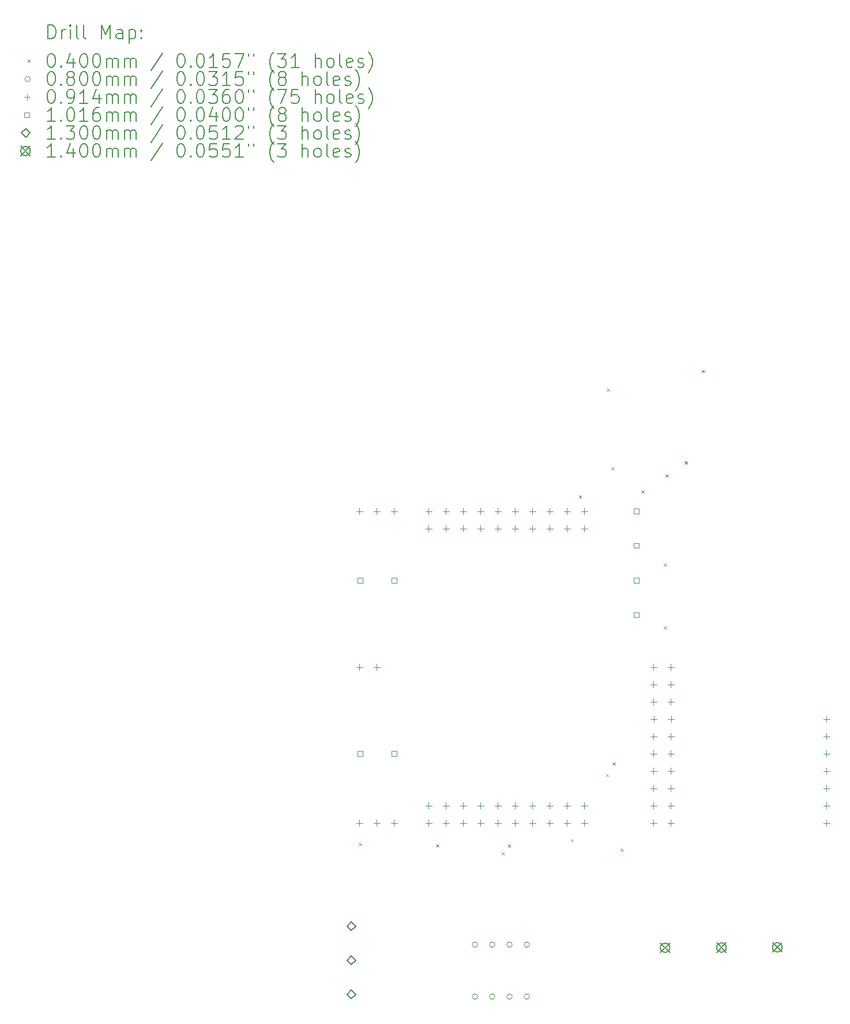
<source format=gbr>
%TF.GenerationSoftware,KiCad,Pcbnew,7.0.10*%
%TF.CreationDate,2025-04-16T23:10:41-06:00*%
%TF.ProjectId,Afinador_pcb,4166696e-6164-46f7-925f-7063622e6b69,rev?*%
%TF.SameCoordinates,Original*%
%TF.FileFunction,Drillmap*%
%TF.FilePolarity,Positive*%
%FSLAX45Y45*%
G04 Gerber Fmt 4.5, Leading zero omitted, Abs format (unit mm)*
G04 Created by KiCad (PCBNEW 7.0.10) date 2025-04-16 23:10:41*
%MOMM*%
%LPD*%
G01*
G04 APERTURE LIST*
%ADD10C,0.200000*%
%ADD11C,0.100000*%
%ADD12C,0.101600*%
%ADD13C,0.130000*%
%ADD14C,0.140000*%
G04 APERTURE END LIST*
D10*
D11*
X4823960Y-12109020D02*
X4863960Y-12149020D01*
X4863960Y-12109020D02*
X4823960Y-12149020D01*
X5956620Y-12128820D02*
X5996620Y-12168820D01*
X5996620Y-12128820D02*
X5956620Y-12168820D01*
X5956620Y-12128820D02*
X5996620Y-12168820D01*
X5996620Y-12128820D02*
X5956620Y-12168820D01*
X6921820Y-12243120D02*
X6961820Y-12283120D01*
X6961820Y-12243120D02*
X6921820Y-12283120D01*
X6921820Y-12243120D02*
X6961820Y-12283120D01*
X6961820Y-12243120D02*
X6921820Y-12283120D01*
X7010720Y-12133900D02*
X7050720Y-12173900D01*
X7050720Y-12133900D02*
X7010720Y-12173900D01*
X7935280Y-12052620D02*
X7975280Y-12092620D01*
X7975280Y-12052620D02*
X7935280Y-12092620D01*
X8052120Y-7012100D02*
X8092120Y-7052100D01*
X8092120Y-7012100D02*
X8052120Y-7052100D01*
X8450900Y-11095040D02*
X8490900Y-11135040D01*
X8490900Y-11095040D02*
X8450900Y-11135040D01*
X8450900Y-11095040D02*
X8490900Y-11135040D01*
X8490900Y-11095040D02*
X8450900Y-11135040D01*
X8450900Y-11095040D02*
X8490900Y-11135040D01*
X8490900Y-11095040D02*
X8450900Y-11135040D01*
X8466320Y-5441520D02*
X8506320Y-5481520D01*
X8506320Y-5441520D02*
X8466320Y-5481520D01*
X8466320Y-5441520D02*
X8506320Y-5481520D01*
X8506320Y-5441520D02*
X8466320Y-5481520D01*
X8529640Y-6596700D02*
X8569640Y-6636700D01*
X8569640Y-6596700D02*
X8529640Y-6636700D01*
X8529640Y-6596700D02*
X8569640Y-6636700D01*
X8569640Y-6596700D02*
X8529640Y-6636700D01*
X8547420Y-10927400D02*
X8587420Y-10967400D01*
X8587420Y-10927400D02*
X8547420Y-10967400D01*
X8547420Y-10927400D02*
X8587420Y-10967400D01*
X8587420Y-10927400D02*
X8547420Y-10967400D01*
X8669340Y-12189780D02*
X8709340Y-12229780D01*
X8709340Y-12189780D02*
X8669340Y-12229780D01*
X8669340Y-12189780D02*
X8709340Y-12229780D01*
X8709340Y-12189780D02*
X8669340Y-12229780D01*
X8971600Y-6939600D02*
X9011600Y-6979600D01*
X9011600Y-6939600D02*
X8971600Y-6979600D01*
X8971600Y-6939600D02*
X9011600Y-6979600D01*
X9011600Y-6939600D02*
X8971600Y-6979600D01*
X9299440Y-8012000D02*
X9339440Y-8052000D01*
X9339440Y-8012000D02*
X9299440Y-8052000D01*
X9299440Y-8012000D02*
X9339440Y-8052000D01*
X9339440Y-8012000D02*
X9299440Y-8052000D01*
X9299440Y-8931480D02*
X9339440Y-8971480D01*
X9339440Y-8931480D02*
X9299440Y-8971480D01*
X9299440Y-8931480D02*
X9339440Y-8971480D01*
X9339440Y-8931480D02*
X9299440Y-8971480D01*
X9329740Y-6700840D02*
X9369740Y-6740840D01*
X9369740Y-6700840D02*
X9329740Y-6740840D01*
X9329740Y-6700840D02*
X9369740Y-6740840D01*
X9369740Y-6700840D02*
X9329740Y-6740840D01*
X9609140Y-6507800D02*
X9649140Y-6547800D01*
X9649140Y-6507800D02*
X9609140Y-6547800D01*
X9610174Y-6508657D02*
X9650174Y-6548657D01*
X9650174Y-6508657D02*
X9610174Y-6548657D01*
X9860780Y-5169740D02*
X9900780Y-5209740D01*
X9900780Y-5169740D02*
X9860780Y-5209740D01*
X9860780Y-5169740D02*
X9900780Y-5209740D01*
X9900780Y-5169740D02*
X9860780Y-5209740D01*
X6569340Y-13600160D02*
G75*
G03*
X6489340Y-13600160I-40000J0D01*
G01*
X6489340Y-13600160D02*
G75*
G03*
X6569340Y-13600160I40000J0D01*
G01*
X6569340Y-14362160D02*
G75*
G03*
X6489340Y-14362160I-40000J0D01*
G01*
X6489340Y-14362160D02*
G75*
G03*
X6569340Y-14362160I40000J0D01*
G01*
X6823340Y-13600160D02*
G75*
G03*
X6743340Y-13600160I-40000J0D01*
G01*
X6743340Y-13600160D02*
G75*
G03*
X6823340Y-13600160I40000J0D01*
G01*
X6823340Y-14362160D02*
G75*
G03*
X6743340Y-14362160I-40000J0D01*
G01*
X6743340Y-14362160D02*
G75*
G03*
X6823340Y-14362160I40000J0D01*
G01*
X7077340Y-13600160D02*
G75*
G03*
X6997340Y-13600160I-40000J0D01*
G01*
X6997340Y-13600160D02*
G75*
G03*
X7077340Y-13600160I40000J0D01*
G01*
X7077340Y-14362160D02*
G75*
G03*
X6997340Y-14362160I-40000J0D01*
G01*
X6997340Y-14362160D02*
G75*
G03*
X7077340Y-14362160I40000J0D01*
G01*
X7331340Y-13600160D02*
G75*
G03*
X7251340Y-13600160I-40000J0D01*
G01*
X7251340Y-13600160D02*
G75*
G03*
X7331340Y-13600160I40000J0D01*
G01*
X7331340Y-14362160D02*
G75*
G03*
X7251340Y-14362160I-40000J0D01*
G01*
X7251340Y-14362160D02*
G75*
G03*
X7331340Y-14362160I40000J0D01*
G01*
X4833620Y-7198360D02*
X4833620Y-7289800D01*
X4787900Y-7244080D02*
X4879340Y-7244080D01*
X4833620Y-9484360D02*
X4833620Y-9575800D01*
X4787900Y-9530080D02*
X4879340Y-9530080D01*
X4833620Y-11770360D02*
X4833620Y-11861800D01*
X4787900Y-11816080D02*
X4879340Y-11816080D01*
X5087620Y-7198360D02*
X5087620Y-7289800D01*
X5041900Y-7244080D02*
X5133340Y-7244080D01*
X5087620Y-9484360D02*
X5087620Y-9575800D01*
X5041900Y-9530080D02*
X5133340Y-9530080D01*
X5087620Y-11770360D02*
X5087620Y-11861800D01*
X5041900Y-11816080D02*
X5133340Y-11816080D01*
X5341620Y-7198360D02*
X5341620Y-7289800D01*
X5295900Y-7244080D02*
X5387340Y-7244080D01*
X5341620Y-11770360D02*
X5341620Y-11861800D01*
X5295900Y-11816080D02*
X5387340Y-11816080D01*
X5849620Y-7198360D02*
X5849620Y-7289800D01*
X5803900Y-7244080D02*
X5895340Y-7244080D01*
X5849620Y-7452360D02*
X5849620Y-7543800D01*
X5803900Y-7498080D02*
X5895340Y-7498080D01*
X5849620Y-11516360D02*
X5849620Y-11607800D01*
X5803900Y-11562080D02*
X5895340Y-11562080D01*
X5849620Y-11770360D02*
X5849620Y-11861800D01*
X5803900Y-11816080D02*
X5895340Y-11816080D01*
X6103620Y-7198360D02*
X6103620Y-7289800D01*
X6057900Y-7244080D02*
X6149340Y-7244080D01*
X6103620Y-7452360D02*
X6103620Y-7543800D01*
X6057900Y-7498080D02*
X6149340Y-7498080D01*
X6103620Y-11516360D02*
X6103620Y-11607800D01*
X6057900Y-11562080D02*
X6149340Y-11562080D01*
X6103620Y-11770360D02*
X6103620Y-11861800D01*
X6057900Y-11816080D02*
X6149340Y-11816080D01*
X6357620Y-7198360D02*
X6357620Y-7289800D01*
X6311900Y-7244080D02*
X6403340Y-7244080D01*
X6357620Y-7452360D02*
X6357620Y-7543800D01*
X6311900Y-7498080D02*
X6403340Y-7498080D01*
X6357620Y-11516360D02*
X6357620Y-11607800D01*
X6311900Y-11562080D02*
X6403340Y-11562080D01*
X6357620Y-11770360D02*
X6357620Y-11861800D01*
X6311900Y-11816080D02*
X6403340Y-11816080D01*
X6611620Y-7198360D02*
X6611620Y-7289800D01*
X6565900Y-7244080D02*
X6657340Y-7244080D01*
X6611620Y-7452360D02*
X6611620Y-7543800D01*
X6565900Y-7498080D02*
X6657340Y-7498080D01*
X6611620Y-11516360D02*
X6611620Y-11607800D01*
X6565900Y-11562080D02*
X6657340Y-11562080D01*
X6611620Y-11770360D02*
X6611620Y-11861800D01*
X6565900Y-11816080D02*
X6657340Y-11816080D01*
X6865620Y-7198360D02*
X6865620Y-7289800D01*
X6819900Y-7244080D02*
X6911340Y-7244080D01*
X6865620Y-7452360D02*
X6865620Y-7543800D01*
X6819900Y-7498080D02*
X6911340Y-7498080D01*
X6865620Y-11516360D02*
X6865620Y-11607800D01*
X6819900Y-11562080D02*
X6911340Y-11562080D01*
X6865620Y-11770360D02*
X6865620Y-11861800D01*
X6819900Y-11816080D02*
X6911340Y-11816080D01*
X7119620Y-7198360D02*
X7119620Y-7289800D01*
X7073900Y-7244080D02*
X7165340Y-7244080D01*
X7119620Y-7452360D02*
X7119620Y-7543800D01*
X7073900Y-7498080D02*
X7165340Y-7498080D01*
X7119620Y-11516360D02*
X7119620Y-11607800D01*
X7073900Y-11562080D02*
X7165340Y-11562080D01*
X7119620Y-11770360D02*
X7119620Y-11861800D01*
X7073900Y-11816080D02*
X7165340Y-11816080D01*
X7373620Y-7198360D02*
X7373620Y-7289800D01*
X7327900Y-7244080D02*
X7419340Y-7244080D01*
X7373620Y-7452360D02*
X7373620Y-7543800D01*
X7327900Y-7498080D02*
X7419340Y-7498080D01*
X7373620Y-11516360D02*
X7373620Y-11607800D01*
X7327900Y-11562080D02*
X7419340Y-11562080D01*
X7373620Y-11770360D02*
X7373620Y-11861800D01*
X7327900Y-11816080D02*
X7419340Y-11816080D01*
X7627620Y-7198360D02*
X7627620Y-7289800D01*
X7581900Y-7244080D02*
X7673340Y-7244080D01*
X7627620Y-7452360D02*
X7627620Y-7543800D01*
X7581900Y-7498080D02*
X7673340Y-7498080D01*
X7627620Y-11516360D02*
X7627620Y-11607800D01*
X7581900Y-11562080D02*
X7673340Y-11562080D01*
X7627620Y-11770360D02*
X7627620Y-11861800D01*
X7581900Y-11816080D02*
X7673340Y-11816080D01*
X7881620Y-7198360D02*
X7881620Y-7289800D01*
X7835900Y-7244080D02*
X7927340Y-7244080D01*
X7881620Y-7452360D02*
X7881620Y-7543800D01*
X7835900Y-7498080D02*
X7927340Y-7498080D01*
X7881620Y-11516360D02*
X7881620Y-11607800D01*
X7835900Y-11562080D02*
X7927340Y-11562080D01*
X7881620Y-11770360D02*
X7881620Y-11861800D01*
X7835900Y-11816080D02*
X7927340Y-11816080D01*
X8135620Y-7198360D02*
X8135620Y-7289800D01*
X8089900Y-7244080D02*
X8181340Y-7244080D01*
X8135620Y-7452360D02*
X8135620Y-7543800D01*
X8089900Y-7498080D02*
X8181340Y-7498080D01*
X8135620Y-11516360D02*
X8135620Y-11607800D01*
X8089900Y-11562080D02*
X8181340Y-11562080D01*
X8135620Y-11770360D02*
X8135620Y-11861800D01*
X8089900Y-11816080D02*
X8181340Y-11816080D01*
X9151620Y-9484360D02*
X9151620Y-9575800D01*
X9105900Y-9530080D02*
X9197340Y-9530080D01*
X9151620Y-9738360D02*
X9151620Y-9829800D01*
X9105900Y-9784080D02*
X9197340Y-9784080D01*
X9151620Y-9992360D02*
X9151620Y-10083800D01*
X9105900Y-10038080D02*
X9197340Y-10038080D01*
X9151620Y-10500360D02*
X9151620Y-10591800D01*
X9105900Y-10546080D02*
X9197340Y-10546080D01*
X9151620Y-10754360D02*
X9151620Y-10845800D01*
X9105900Y-10800080D02*
X9197340Y-10800080D01*
X9151620Y-11008360D02*
X9151620Y-11099800D01*
X9105900Y-11054080D02*
X9197340Y-11054080D01*
X9151620Y-11262360D02*
X9151620Y-11353800D01*
X9105900Y-11308080D02*
X9197340Y-11308080D01*
X9151620Y-11516360D02*
X9151620Y-11607800D01*
X9105900Y-11562080D02*
X9197340Y-11562080D01*
X9151620Y-11770360D02*
X9151620Y-11861800D01*
X9105900Y-11816080D02*
X9197340Y-11816080D01*
X9154160Y-10246360D02*
X9154160Y-10337800D01*
X9108440Y-10292080D02*
X9199880Y-10292080D01*
X9405620Y-9484360D02*
X9405620Y-9575800D01*
X9359900Y-9530080D02*
X9451340Y-9530080D01*
X9405620Y-9738360D02*
X9405620Y-9829800D01*
X9359900Y-9784080D02*
X9451340Y-9784080D01*
X9405620Y-9992360D02*
X9405620Y-10083800D01*
X9359900Y-10038080D02*
X9451340Y-10038080D01*
X9405620Y-10500360D02*
X9405620Y-10591800D01*
X9359900Y-10546080D02*
X9451340Y-10546080D01*
X9405620Y-10754360D02*
X9405620Y-10845800D01*
X9359900Y-10800080D02*
X9451340Y-10800080D01*
X9405620Y-11008360D02*
X9405620Y-11099800D01*
X9359900Y-11054080D02*
X9451340Y-11054080D01*
X9405620Y-11262360D02*
X9405620Y-11353800D01*
X9359900Y-11308080D02*
X9451340Y-11308080D01*
X9405620Y-11516360D02*
X9405620Y-11607800D01*
X9359900Y-11562080D02*
X9451340Y-11562080D01*
X9405620Y-11770360D02*
X9405620Y-11861800D01*
X9359900Y-11816080D02*
X9451340Y-11816080D01*
X9408160Y-10246360D02*
X9408160Y-10337800D01*
X9362440Y-10292080D02*
X9453880Y-10292080D01*
X11691620Y-10246360D02*
X11691620Y-10337800D01*
X11645900Y-10292080D02*
X11737340Y-10292080D01*
X11691620Y-10500360D02*
X11691620Y-10591800D01*
X11645900Y-10546080D02*
X11737340Y-10546080D01*
X11691620Y-10754360D02*
X11691620Y-10845800D01*
X11645900Y-10800080D02*
X11737340Y-10800080D01*
X11691620Y-11008360D02*
X11691620Y-11099800D01*
X11645900Y-11054080D02*
X11737340Y-11054080D01*
X11691620Y-11262360D02*
X11691620Y-11353800D01*
X11645900Y-11308080D02*
X11737340Y-11308080D01*
X11691620Y-11516360D02*
X11691620Y-11607800D01*
X11645900Y-11562080D02*
X11737340Y-11562080D01*
X11691620Y-11770360D02*
X11691620Y-11861800D01*
X11645900Y-11816080D02*
X11737340Y-11816080D01*
D12*
X4877421Y-8296061D02*
X4877421Y-8224219D01*
X4805579Y-8224219D01*
X4805579Y-8296061D01*
X4877421Y-8296061D01*
X4877421Y-10836061D02*
X4877421Y-10764219D01*
X4805579Y-10764219D01*
X4805579Y-10836061D01*
X4877421Y-10836061D01*
X5377661Y-8296061D02*
X5377661Y-8224219D01*
X5305819Y-8224219D01*
X5305819Y-8296061D01*
X5377661Y-8296061D01*
X5377661Y-10836061D02*
X5377661Y-10764219D01*
X5305819Y-10764219D01*
X5305819Y-10836061D01*
X5377661Y-10836061D01*
X8933601Y-7279881D02*
X8933601Y-7208039D01*
X8861759Y-7208039D01*
X8861759Y-7279881D01*
X8933601Y-7279881D01*
X8933601Y-7780121D02*
X8933601Y-7708279D01*
X8861759Y-7708279D01*
X8861759Y-7780121D01*
X8933601Y-7780121D01*
X8933601Y-8295881D02*
X8933601Y-8224039D01*
X8861759Y-8224039D01*
X8861759Y-8295881D01*
X8933601Y-8295881D01*
X8933601Y-8796121D02*
X8933601Y-8724279D01*
X8861759Y-8724279D01*
X8861759Y-8796121D01*
X8933601Y-8796121D01*
D13*
X4714740Y-13395300D02*
X4779740Y-13330300D01*
X4714740Y-13265300D01*
X4649740Y-13330300D01*
X4714740Y-13395300D01*
X4714740Y-13895300D02*
X4779740Y-13830300D01*
X4714740Y-13765300D01*
X4649740Y-13830300D01*
X4714740Y-13895300D01*
X4714740Y-14395300D02*
X4779740Y-14330300D01*
X4714740Y-14265300D01*
X4649740Y-14330300D01*
X4714740Y-14395300D01*
D14*
X9250480Y-13575560D02*
X9390480Y-13715560D01*
X9390480Y-13575560D02*
X9250480Y-13715560D01*
X9390480Y-13645560D02*
G75*
G03*
X9250480Y-13645560I-70000J0D01*
G01*
X9250480Y-13645560D02*
G75*
G03*
X9390480Y-13645560I70000J0D01*
G01*
X10078520Y-13573020D02*
X10218520Y-13713020D01*
X10218520Y-13573020D02*
X10078520Y-13713020D01*
X10218520Y-13643020D02*
G75*
G03*
X10078520Y-13643020I-70000J0D01*
G01*
X10078520Y-13643020D02*
G75*
G03*
X10218520Y-13643020I70000J0D01*
G01*
X10898940Y-13570480D02*
X11038940Y-13710480D01*
X11038940Y-13570480D02*
X10898940Y-13710480D01*
X11038940Y-13640480D02*
G75*
G03*
X10898940Y-13640480I-70000J0D01*
G01*
X10898940Y-13640480D02*
G75*
G03*
X11038940Y-13640480I70000J0D01*
G01*
D10*
X260777Y-311484D02*
X260777Y-111484D01*
X260777Y-111484D02*
X308396Y-111484D01*
X308396Y-111484D02*
X336967Y-121008D01*
X336967Y-121008D02*
X356015Y-140055D01*
X356015Y-140055D02*
X365539Y-159103D01*
X365539Y-159103D02*
X375062Y-197198D01*
X375062Y-197198D02*
X375062Y-225769D01*
X375062Y-225769D02*
X365539Y-263865D01*
X365539Y-263865D02*
X356015Y-282912D01*
X356015Y-282912D02*
X336967Y-301960D01*
X336967Y-301960D02*
X308396Y-311484D01*
X308396Y-311484D02*
X260777Y-311484D01*
X460777Y-311484D02*
X460777Y-178150D01*
X460777Y-216246D02*
X470301Y-197198D01*
X470301Y-197198D02*
X479824Y-187674D01*
X479824Y-187674D02*
X498872Y-178150D01*
X498872Y-178150D02*
X517920Y-178150D01*
X584586Y-311484D02*
X584586Y-178150D01*
X584586Y-111484D02*
X575063Y-121008D01*
X575063Y-121008D02*
X584586Y-130531D01*
X584586Y-130531D02*
X594110Y-121008D01*
X594110Y-121008D02*
X584586Y-111484D01*
X584586Y-111484D02*
X584586Y-130531D01*
X708396Y-311484D02*
X689348Y-301960D01*
X689348Y-301960D02*
X679824Y-282912D01*
X679824Y-282912D02*
X679824Y-111484D01*
X813158Y-311484D02*
X794110Y-301960D01*
X794110Y-301960D02*
X784586Y-282912D01*
X784586Y-282912D02*
X784586Y-111484D01*
X1041729Y-311484D02*
X1041729Y-111484D01*
X1041729Y-111484D02*
X1108396Y-254341D01*
X1108396Y-254341D02*
X1175063Y-111484D01*
X1175063Y-111484D02*
X1175063Y-311484D01*
X1356015Y-311484D02*
X1356015Y-206722D01*
X1356015Y-206722D02*
X1346491Y-187674D01*
X1346491Y-187674D02*
X1327444Y-178150D01*
X1327444Y-178150D02*
X1289348Y-178150D01*
X1289348Y-178150D02*
X1270301Y-187674D01*
X1356015Y-301960D02*
X1336967Y-311484D01*
X1336967Y-311484D02*
X1289348Y-311484D01*
X1289348Y-311484D02*
X1270301Y-301960D01*
X1270301Y-301960D02*
X1260777Y-282912D01*
X1260777Y-282912D02*
X1260777Y-263865D01*
X1260777Y-263865D02*
X1270301Y-244817D01*
X1270301Y-244817D02*
X1289348Y-235293D01*
X1289348Y-235293D02*
X1336967Y-235293D01*
X1336967Y-235293D02*
X1356015Y-225769D01*
X1451253Y-178150D02*
X1451253Y-378150D01*
X1451253Y-187674D02*
X1470301Y-178150D01*
X1470301Y-178150D02*
X1508396Y-178150D01*
X1508396Y-178150D02*
X1527443Y-187674D01*
X1527443Y-187674D02*
X1536967Y-197198D01*
X1536967Y-197198D02*
X1546491Y-216246D01*
X1546491Y-216246D02*
X1546491Y-273389D01*
X1546491Y-273389D02*
X1536967Y-292436D01*
X1536967Y-292436D02*
X1527443Y-301960D01*
X1527443Y-301960D02*
X1508396Y-311484D01*
X1508396Y-311484D02*
X1470301Y-311484D01*
X1470301Y-311484D02*
X1451253Y-301960D01*
X1632205Y-292436D02*
X1641729Y-301960D01*
X1641729Y-301960D02*
X1632205Y-311484D01*
X1632205Y-311484D02*
X1622682Y-301960D01*
X1622682Y-301960D02*
X1632205Y-292436D01*
X1632205Y-292436D02*
X1632205Y-311484D01*
X1632205Y-187674D02*
X1641729Y-197198D01*
X1641729Y-197198D02*
X1632205Y-206722D01*
X1632205Y-206722D02*
X1622682Y-197198D01*
X1622682Y-197198D02*
X1632205Y-187674D01*
X1632205Y-187674D02*
X1632205Y-206722D01*
D11*
X-40000Y-620000D02*
X0Y-660000D01*
X0Y-620000D02*
X-40000Y-660000D01*
D10*
X298872Y-531484D02*
X317920Y-531484D01*
X317920Y-531484D02*
X336967Y-541008D01*
X336967Y-541008D02*
X346491Y-550531D01*
X346491Y-550531D02*
X356015Y-569579D01*
X356015Y-569579D02*
X365539Y-607674D01*
X365539Y-607674D02*
X365539Y-655293D01*
X365539Y-655293D02*
X356015Y-693389D01*
X356015Y-693389D02*
X346491Y-712436D01*
X346491Y-712436D02*
X336967Y-721960D01*
X336967Y-721960D02*
X317920Y-731484D01*
X317920Y-731484D02*
X298872Y-731484D01*
X298872Y-731484D02*
X279824Y-721960D01*
X279824Y-721960D02*
X270301Y-712436D01*
X270301Y-712436D02*
X260777Y-693389D01*
X260777Y-693389D02*
X251253Y-655293D01*
X251253Y-655293D02*
X251253Y-607674D01*
X251253Y-607674D02*
X260777Y-569579D01*
X260777Y-569579D02*
X270301Y-550531D01*
X270301Y-550531D02*
X279824Y-541008D01*
X279824Y-541008D02*
X298872Y-531484D01*
X451253Y-712436D02*
X460777Y-721960D01*
X460777Y-721960D02*
X451253Y-731484D01*
X451253Y-731484D02*
X441729Y-721960D01*
X441729Y-721960D02*
X451253Y-712436D01*
X451253Y-712436D02*
X451253Y-731484D01*
X632205Y-598150D02*
X632205Y-731484D01*
X584586Y-521960D02*
X536967Y-664817D01*
X536967Y-664817D02*
X660777Y-664817D01*
X775062Y-531484D02*
X794110Y-531484D01*
X794110Y-531484D02*
X813158Y-541008D01*
X813158Y-541008D02*
X822682Y-550531D01*
X822682Y-550531D02*
X832205Y-569579D01*
X832205Y-569579D02*
X841729Y-607674D01*
X841729Y-607674D02*
X841729Y-655293D01*
X841729Y-655293D02*
X832205Y-693389D01*
X832205Y-693389D02*
X822682Y-712436D01*
X822682Y-712436D02*
X813158Y-721960D01*
X813158Y-721960D02*
X794110Y-731484D01*
X794110Y-731484D02*
X775062Y-731484D01*
X775062Y-731484D02*
X756015Y-721960D01*
X756015Y-721960D02*
X746491Y-712436D01*
X746491Y-712436D02*
X736967Y-693389D01*
X736967Y-693389D02*
X727443Y-655293D01*
X727443Y-655293D02*
X727443Y-607674D01*
X727443Y-607674D02*
X736967Y-569579D01*
X736967Y-569579D02*
X746491Y-550531D01*
X746491Y-550531D02*
X756015Y-541008D01*
X756015Y-541008D02*
X775062Y-531484D01*
X965539Y-531484D02*
X984586Y-531484D01*
X984586Y-531484D02*
X1003634Y-541008D01*
X1003634Y-541008D02*
X1013158Y-550531D01*
X1013158Y-550531D02*
X1022682Y-569579D01*
X1022682Y-569579D02*
X1032205Y-607674D01*
X1032205Y-607674D02*
X1032205Y-655293D01*
X1032205Y-655293D02*
X1022682Y-693389D01*
X1022682Y-693389D02*
X1013158Y-712436D01*
X1013158Y-712436D02*
X1003634Y-721960D01*
X1003634Y-721960D02*
X984586Y-731484D01*
X984586Y-731484D02*
X965539Y-731484D01*
X965539Y-731484D02*
X946491Y-721960D01*
X946491Y-721960D02*
X936967Y-712436D01*
X936967Y-712436D02*
X927443Y-693389D01*
X927443Y-693389D02*
X917920Y-655293D01*
X917920Y-655293D02*
X917920Y-607674D01*
X917920Y-607674D02*
X927443Y-569579D01*
X927443Y-569579D02*
X936967Y-550531D01*
X936967Y-550531D02*
X946491Y-541008D01*
X946491Y-541008D02*
X965539Y-531484D01*
X1117920Y-731484D02*
X1117920Y-598150D01*
X1117920Y-617198D02*
X1127444Y-607674D01*
X1127444Y-607674D02*
X1146491Y-598150D01*
X1146491Y-598150D02*
X1175063Y-598150D01*
X1175063Y-598150D02*
X1194110Y-607674D01*
X1194110Y-607674D02*
X1203634Y-626722D01*
X1203634Y-626722D02*
X1203634Y-731484D01*
X1203634Y-626722D02*
X1213158Y-607674D01*
X1213158Y-607674D02*
X1232205Y-598150D01*
X1232205Y-598150D02*
X1260777Y-598150D01*
X1260777Y-598150D02*
X1279825Y-607674D01*
X1279825Y-607674D02*
X1289348Y-626722D01*
X1289348Y-626722D02*
X1289348Y-731484D01*
X1384586Y-731484D02*
X1384586Y-598150D01*
X1384586Y-617198D02*
X1394110Y-607674D01*
X1394110Y-607674D02*
X1413158Y-598150D01*
X1413158Y-598150D02*
X1441729Y-598150D01*
X1441729Y-598150D02*
X1460777Y-607674D01*
X1460777Y-607674D02*
X1470301Y-626722D01*
X1470301Y-626722D02*
X1470301Y-731484D01*
X1470301Y-626722D02*
X1479824Y-607674D01*
X1479824Y-607674D02*
X1498872Y-598150D01*
X1498872Y-598150D02*
X1527443Y-598150D01*
X1527443Y-598150D02*
X1546491Y-607674D01*
X1546491Y-607674D02*
X1556015Y-626722D01*
X1556015Y-626722D02*
X1556015Y-731484D01*
X1946491Y-521960D02*
X1775063Y-779103D01*
X2203634Y-531484D02*
X2222682Y-531484D01*
X2222682Y-531484D02*
X2241729Y-541008D01*
X2241729Y-541008D02*
X2251253Y-550531D01*
X2251253Y-550531D02*
X2260777Y-569579D01*
X2260777Y-569579D02*
X2270301Y-607674D01*
X2270301Y-607674D02*
X2270301Y-655293D01*
X2270301Y-655293D02*
X2260777Y-693389D01*
X2260777Y-693389D02*
X2251253Y-712436D01*
X2251253Y-712436D02*
X2241729Y-721960D01*
X2241729Y-721960D02*
X2222682Y-731484D01*
X2222682Y-731484D02*
X2203634Y-731484D01*
X2203634Y-731484D02*
X2184587Y-721960D01*
X2184587Y-721960D02*
X2175063Y-712436D01*
X2175063Y-712436D02*
X2165539Y-693389D01*
X2165539Y-693389D02*
X2156015Y-655293D01*
X2156015Y-655293D02*
X2156015Y-607674D01*
X2156015Y-607674D02*
X2165539Y-569579D01*
X2165539Y-569579D02*
X2175063Y-550531D01*
X2175063Y-550531D02*
X2184587Y-541008D01*
X2184587Y-541008D02*
X2203634Y-531484D01*
X2356015Y-712436D02*
X2365539Y-721960D01*
X2365539Y-721960D02*
X2356015Y-731484D01*
X2356015Y-731484D02*
X2346491Y-721960D01*
X2346491Y-721960D02*
X2356015Y-712436D01*
X2356015Y-712436D02*
X2356015Y-731484D01*
X2489348Y-531484D02*
X2508396Y-531484D01*
X2508396Y-531484D02*
X2527444Y-541008D01*
X2527444Y-541008D02*
X2536968Y-550531D01*
X2536968Y-550531D02*
X2546491Y-569579D01*
X2546491Y-569579D02*
X2556015Y-607674D01*
X2556015Y-607674D02*
X2556015Y-655293D01*
X2556015Y-655293D02*
X2546491Y-693389D01*
X2546491Y-693389D02*
X2536968Y-712436D01*
X2536968Y-712436D02*
X2527444Y-721960D01*
X2527444Y-721960D02*
X2508396Y-731484D01*
X2508396Y-731484D02*
X2489348Y-731484D01*
X2489348Y-731484D02*
X2470301Y-721960D01*
X2470301Y-721960D02*
X2460777Y-712436D01*
X2460777Y-712436D02*
X2451253Y-693389D01*
X2451253Y-693389D02*
X2441729Y-655293D01*
X2441729Y-655293D02*
X2441729Y-607674D01*
X2441729Y-607674D02*
X2451253Y-569579D01*
X2451253Y-569579D02*
X2460777Y-550531D01*
X2460777Y-550531D02*
X2470301Y-541008D01*
X2470301Y-541008D02*
X2489348Y-531484D01*
X2746491Y-731484D02*
X2632206Y-731484D01*
X2689348Y-731484D02*
X2689348Y-531484D01*
X2689348Y-531484D02*
X2670301Y-560055D01*
X2670301Y-560055D02*
X2651253Y-579103D01*
X2651253Y-579103D02*
X2632206Y-588627D01*
X2927444Y-531484D02*
X2832206Y-531484D01*
X2832206Y-531484D02*
X2822682Y-626722D01*
X2822682Y-626722D02*
X2832206Y-617198D01*
X2832206Y-617198D02*
X2851253Y-607674D01*
X2851253Y-607674D02*
X2898872Y-607674D01*
X2898872Y-607674D02*
X2917920Y-617198D01*
X2917920Y-617198D02*
X2927444Y-626722D01*
X2927444Y-626722D02*
X2936967Y-645770D01*
X2936967Y-645770D02*
X2936967Y-693389D01*
X2936967Y-693389D02*
X2927444Y-712436D01*
X2927444Y-712436D02*
X2917920Y-721960D01*
X2917920Y-721960D02*
X2898872Y-731484D01*
X2898872Y-731484D02*
X2851253Y-731484D01*
X2851253Y-731484D02*
X2832206Y-721960D01*
X2832206Y-721960D02*
X2822682Y-712436D01*
X3003634Y-531484D02*
X3136967Y-531484D01*
X3136967Y-531484D02*
X3051253Y-731484D01*
X3203634Y-531484D02*
X3203634Y-569579D01*
X3279825Y-531484D02*
X3279825Y-569579D01*
X3575063Y-807674D02*
X3565539Y-798150D01*
X3565539Y-798150D02*
X3546491Y-769579D01*
X3546491Y-769579D02*
X3536968Y-750531D01*
X3536968Y-750531D02*
X3527444Y-721960D01*
X3527444Y-721960D02*
X3517920Y-674341D01*
X3517920Y-674341D02*
X3517920Y-636246D01*
X3517920Y-636246D02*
X3527444Y-588627D01*
X3527444Y-588627D02*
X3536968Y-560055D01*
X3536968Y-560055D02*
X3546491Y-541008D01*
X3546491Y-541008D02*
X3565539Y-512436D01*
X3565539Y-512436D02*
X3575063Y-502912D01*
X3632206Y-531484D02*
X3756015Y-531484D01*
X3756015Y-531484D02*
X3689348Y-607674D01*
X3689348Y-607674D02*
X3717920Y-607674D01*
X3717920Y-607674D02*
X3736968Y-617198D01*
X3736968Y-617198D02*
X3746491Y-626722D01*
X3746491Y-626722D02*
X3756015Y-645770D01*
X3756015Y-645770D02*
X3756015Y-693389D01*
X3756015Y-693389D02*
X3746491Y-712436D01*
X3746491Y-712436D02*
X3736968Y-721960D01*
X3736968Y-721960D02*
X3717920Y-731484D01*
X3717920Y-731484D02*
X3660777Y-731484D01*
X3660777Y-731484D02*
X3641729Y-721960D01*
X3641729Y-721960D02*
X3632206Y-712436D01*
X3946491Y-731484D02*
X3832206Y-731484D01*
X3889348Y-731484D02*
X3889348Y-531484D01*
X3889348Y-531484D02*
X3870301Y-560055D01*
X3870301Y-560055D02*
X3851253Y-579103D01*
X3851253Y-579103D02*
X3832206Y-588627D01*
X4184587Y-731484D02*
X4184587Y-531484D01*
X4270301Y-731484D02*
X4270301Y-626722D01*
X4270301Y-626722D02*
X4260777Y-607674D01*
X4260777Y-607674D02*
X4241730Y-598150D01*
X4241730Y-598150D02*
X4213158Y-598150D01*
X4213158Y-598150D02*
X4194110Y-607674D01*
X4194110Y-607674D02*
X4184587Y-617198D01*
X4394111Y-731484D02*
X4375063Y-721960D01*
X4375063Y-721960D02*
X4365539Y-712436D01*
X4365539Y-712436D02*
X4356015Y-693389D01*
X4356015Y-693389D02*
X4356015Y-636246D01*
X4356015Y-636246D02*
X4365539Y-617198D01*
X4365539Y-617198D02*
X4375063Y-607674D01*
X4375063Y-607674D02*
X4394111Y-598150D01*
X4394111Y-598150D02*
X4422682Y-598150D01*
X4422682Y-598150D02*
X4441730Y-607674D01*
X4441730Y-607674D02*
X4451253Y-617198D01*
X4451253Y-617198D02*
X4460777Y-636246D01*
X4460777Y-636246D02*
X4460777Y-693389D01*
X4460777Y-693389D02*
X4451253Y-712436D01*
X4451253Y-712436D02*
X4441730Y-721960D01*
X4441730Y-721960D02*
X4422682Y-731484D01*
X4422682Y-731484D02*
X4394111Y-731484D01*
X4575063Y-731484D02*
X4556015Y-721960D01*
X4556015Y-721960D02*
X4546492Y-702912D01*
X4546492Y-702912D02*
X4546492Y-531484D01*
X4727444Y-721960D02*
X4708396Y-731484D01*
X4708396Y-731484D02*
X4670301Y-731484D01*
X4670301Y-731484D02*
X4651253Y-721960D01*
X4651253Y-721960D02*
X4641730Y-702912D01*
X4641730Y-702912D02*
X4641730Y-626722D01*
X4641730Y-626722D02*
X4651253Y-607674D01*
X4651253Y-607674D02*
X4670301Y-598150D01*
X4670301Y-598150D02*
X4708396Y-598150D01*
X4708396Y-598150D02*
X4727444Y-607674D01*
X4727444Y-607674D02*
X4736968Y-626722D01*
X4736968Y-626722D02*
X4736968Y-645770D01*
X4736968Y-645770D02*
X4641730Y-664817D01*
X4813158Y-721960D02*
X4832206Y-731484D01*
X4832206Y-731484D02*
X4870301Y-731484D01*
X4870301Y-731484D02*
X4889349Y-721960D01*
X4889349Y-721960D02*
X4898873Y-702912D01*
X4898873Y-702912D02*
X4898873Y-693389D01*
X4898873Y-693389D02*
X4889349Y-674341D01*
X4889349Y-674341D02*
X4870301Y-664817D01*
X4870301Y-664817D02*
X4841730Y-664817D01*
X4841730Y-664817D02*
X4822682Y-655293D01*
X4822682Y-655293D02*
X4813158Y-636246D01*
X4813158Y-636246D02*
X4813158Y-626722D01*
X4813158Y-626722D02*
X4822682Y-607674D01*
X4822682Y-607674D02*
X4841730Y-598150D01*
X4841730Y-598150D02*
X4870301Y-598150D01*
X4870301Y-598150D02*
X4889349Y-607674D01*
X4965539Y-807674D02*
X4975063Y-798150D01*
X4975063Y-798150D02*
X4994111Y-769579D01*
X4994111Y-769579D02*
X5003634Y-750531D01*
X5003634Y-750531D02*
X5013158Y-721960D01*
X5013158Y-721960D02*
X5022682Y-674341D01*
X5022682Y-674341D02*
X5022682Y-636246D01*
X5022682Y-636246D02*
X5013158Y-588627D01*
X5013158Y-588627D02*
X5003634Y-560055D01*
X5003634Y-560055D02*
X4994111Y-541008D01*
X4994111Y-541008D02*
X4975063Y-512436D01*
X4975063Y-512436D02*
X4965539Y-502912D01*
D11*
X0Y-904000D02*
G75*
G03*
X-80000Y-904000I-40000J0D01*
G01*
X-80000Y-904000D02*
G75*
G03*
X0Y-904000I40000J0D01*
G01*
D10*
X298872Y-795484D02*
X317920Y-795484D01*
X317920Y-795484D02*
X336967Y-805008D01*
X336967Y-805008D02*
X346491Y-814531D01*
X346491Y-814531D02*
X356015Y-833579D01*
X356015Y-833579D02*
X365539Y-871674D01*
X365539Y-871674D02*
X365539Y-919293D01*
X365539Y-919293D02*
X356015Y-957388D01*
X356015Y-957388D02*
X346491Y-976436D01*
X346491Y-976436D02*
X336967Y-985960D01*
X336967Y-985960D02*
X317920Y-995484D01*
X317920Y-995484D02*
X298872Y-995484D01*
X298872Y-995484D02*
X279824Y-985960D01*
X279824Y-985960D02*
X270301Y-976436D01*
X270301Y-976436D02*
X260777Y-957388D01*
X260777Y-957388D02*
X251253Y-919293D01*
X251253Y-919293D02*
X251253Y-871674D01*
X251253Y-871674D02*
X260777Y-833579D01*
X260777Y-833579D02*
X270301Y-814531D01*
X270301Y-814531D02*
X279824Y-805008D01*
X279824Y-805008D02*
X298872Y-795484D01*
X451253Y-976436D02*
X460777Y-985960D01*
X460777Y-985960D02*
X451253Y-995484D01*
X451253Y-995484D02*
X441729Y-985960D01*
X441729Y-985960D02*
X451253Y-976436D01*
X451253Y-976436D02*
X451253Y-995484D01*
X575063Y-881198D02*
X556015Y-871674D01*
X556015Y-871674D02*
X546491Y-862150D01*
X546491Y-862150D02*
X536967Y-843103D01*
X536967Y-843103D02*
X536967Y-833579D01*
X536967Y-833579D02*
X546491Y-814531D01*
X546491Y-814531D02*
X556015Y-805008D01*
X556015Y-805008D02*
X575063Y-795484D01*
X575063Y-795484D02*
X613158Y-795484D01*
X613158Y-795484D02*
X632205Y-805008D01*
X632205Y-805008D02*
X641729Y-814531D01*
X641729Y-814531D02*
X651253Y-833579D01*
X651253Y-833579D02*
X651253Y-843103D01*
X651253Y-843103D02*
X641729Y-862150D01*
X641729Y-862150D02*
X632205Y-871674D01*
X632205Y-871674D02*
X613158Y-881198D01*
X613158Y-881198D02*
X575063Y-881198D01*
X575063Y-881198D02*
X556015Y-890722D01*
X556015Y-890722D02*
X546491Y-900246D01*
X546491Y-900246D02*
X536967Y-919293D01*
X536967Y-919293D02*
X536967Y-957388D01*
X536967Y-957388D02*
X546491Y-976436D01*
X546491Y-976436D02*
X556015Y-985960D01*
X556015Y-985960D02*
X575063Y-995484D01*
X575063Y-995484D02*
X613158Y-995484D01*
X613158Y-995484D02*
X632205Y-985960D01*
X632205Y-985960D02*
X641729Y-976436D01*
X641729Y-976436D02*
X651253Y-957388D01*
X651253Y-957388D02*
X651253Y-919293D01*
X651253Y-919293D02*
X641729Y-900246D01*
X641729Y-900246D02*
X632205Y-890722D01*
X632205Y-890722D02*
X613158Y-881198D01*
X775062Y-795484D02*
X794110Y-795484D01*
X794110Y-795484D02*
X813158Y-805008D01*
X813158Y-805008D02*
X822682Y-814531D01*
X822682Y-814531D02*
X832205Y-833579D01*
X832205Y-833579D02*
X841729Y-871674D01*
X841729Y-871674D02*
X841729Y-919293D01*
X841729Y-919293D02*
X832205Y-957388D01*
X832205Y-957388D02*
X822682Y-976436D01*
X822682Y-976436D02*
X813158Y-985960D01*
X813158Y-985960D02*
X794110Y-995484D01*
X794110Y-995484D02*
X775062Y-995484D01*
X775062Y-995484D02*
X756015Y-985960D01*
X756015Y-985960D02*
X746491Y-976436D01*
X746491Y-976436D02*
X736967Y-957388D01*
X736967Y-957388D02*
X727443Y-919293D01*
X727443Y-919293D02*
X727443Y-871674D01*
X727443Y-871674D02*
X736967Y-833579D01*
X736967Y-833579D02*
X746491Y-814531D01*
X746491Y-814531D02*
X756015Y-805008D01*
X756015Y-805008D02*
X775062Y-795484D01*
X965539Y-795484D02*
X984586Y-795484D01*
X984586Y-795484D02*
X1003634Y-805008D01*
X1003634Y-805008D02*
X1013158Y-814531D01*
X1013158Y-814531D02*
X1022682Y-833579D01*
X1022682Y-833579D02*
X1032205Y-871674D01*
X1032205Y-871674D02*
X1032205Y-919293D01*
X1032205Y-919293D02*
X1022682Y-957388D01*
X1022682Y-957388D02*
X1013158Y-976436D01*
X1013158Y-976436D02*
X1003634Y-985960D01*
X1003634Y-985960D02*
X984586Y-995484D01*
X984586Y-995484D02*
X965539Y-995484D01*
X965539Y-995484D02*
X946491Y-985960D01*
X946491Y-985960D02*
X936967Y-976436D01*
X936967Y-976436D02*
X927443Y-957388D01*
X927443Y-957388D02*
X917920Y-919293D01*
X917920Y-919293D02*
X917920Y-871674D01*
X917920Y-871674D02*
X927443Y-833579D01*
X927443Y-833579D02*
X936967Y-814531D01*
X936967Y-814531D02*
X946491Y-805008D01*
X946491Y-805008D02*
X965539Y-795484D01*
X1117920Y-995484D02*
X1117920Y-862150D01*
X1117920Y-881198D02*
X1127444Y-871674D01*
X1127444Y-871674D02*
X1146491Y-862150D01*
X1146491Y-862150D02*
X1175063Y-862150D01*
X1175063Y-862150D02*
X1194110Y-871674D01*
X1194110Y-871674D02*
X1203634Y-890722D01*
X1203634Y-890722D02*
X1203634Y-995484D01*
X1203634Y-890722D02*
X1213158Y-871674D01*
X1213158Y-871674D02*
X1232205Y-862150D01*
X1232205Y-862150D02*
X1260777Y-862150D01*
X1260777Y-862150D02*
X1279825Y-871674D01*
X1279825Y-871674D02*
X1289348Y-890722D01*
X1289348Y-890722D02*
X1289348Y-995484D01*
X1384586Y-995484D02*
X1384586Y-862150D01*
X1384586Y-881198D02*
X1394110Y-871674D01*
X1394110Y-871674D02*
X1413158Y-862150D01*
X1413158Y-862150D02*
X1441729Y-862150D01*
X1441729Y-862150D02*
X1460777Y-871674D01*
X1460777Y-871674D02*
X1470301Y-890722D01*
X1470301Y-890722D02*
X1470301Y-995484D01*
X1470301Y-890722D02*
X1479824Y-871674D01*
X1479824Y-871674D02*
X1498872Y-862150D01*
X1498872Y-862150D02*
X1527443Y-862150D01*
X1527443Y-862150D02*
X1546491Y-871674D01*
X1546491Y-871674D02*
X1556015Y-890722D01*
X1556015Y-890722D02*
X1556015Y-995484D01*
X1946491Y-785960D02*
X1775063Y-1043103D01*
X2203634Y-795484D02*
X2222682Y-795484D01*
X2222682Y-795484D02*
X2241729Y-805008D01*
X2241729Y-805008D02*
X2251253Y-814531D01*
X2251253Y-814531D02*
X2260777Y-833579D01*
X2260777Y-833579D02*
X2270301Y-871674D01*
X2270301Y-871674D02*
X2270301Y-919293D01*
X2270301Y-919293D02*
X2260777Y-957388D01*
X2260777Y-957388D02*
X2251253Y-976436D01*
X2251253Y-976436D02*
X2241729Y-985960D01*
X2241729Y-985960D02*
X2222682Y-995484D01*
X2222682Y-995484D02*
X2203634Y-995484D01*
X2203634Y-995484D02*
X2184587Y-985960D01*
X2184587Y-985960D02*
X2175063Y-976436D01*
X2175063Y-976436D02*
X2165539Y-957388D01*
X2165539Y-957388D02*
X2156015Y-919293D01*
X2156015Y-919293D02*
X2156015Y-871674D01*
X2156015Y-871674D02*
X2165539Y-833579D01*
X2165539Y-833579D02*
X2175063Y-814531D01*
X2175063Y-814531D02*
X2184587Y-805008D01*
X2184587Y-805008D02*
X2203634Y-795484D01*
X2356015Y-976436D02*
X2365539Y-985960D01*
X2365539Y-985960D02*
X2356015Y-995484D01*
X2356015Y-995484D02*
X2346491Y-985960D01*
X2346491Y-985960D02*
X2356015Y-976436D01*
X2356015Y-976436D02*
X2356015Y-995484D01*
X2489348Y-795484D02*
X2508396Y-795484D01*
X2508396Y-795484D02*
X2527444Y-805008D01*
X2527444Y-805008D02*
X2536968Y-814531D01*
X2536968Y-814531D02*
X2546491Y-833579D01*
X2546491Y-833579D02*
X2556015Y-871674D01*
X2556015Y-871674D02*
X2556015Y-919293D01*
X2556015Y-919293D02*
X2546491Y-957388D01*
X2546491Y-957388D02*
X2536968Y-976436D01*
X2536968Y-976436D02*
X2527444Y-985960D01*
X2527444Y-985960D02*
X2508396Y-995484D01*
X2508396Y-995484D02*
X2489348Y-995484D01*
X2489348Y-995484D02*
X2470301Y-985960D01*
X2470301Y-985960D02*
X2460777Y-976436D01*
X2460777Y-976436D02*
X2451253Y-957388D01*
X2451253Y-957388D02*
X2441729Y-919293D01*
X2441729Y-919293D02*
X2441729Y-871674D01*
X2441729Y-871674D02*
X2451253Y-833579D01*
X2451253Y-833579D02*
X2460777Y-814531D01*
X2460777Y-814531D02*
X2470301Y-805008D01*
X2470301Y-805008D02*
X2489348Y-795484D01*
X2622682Y-795484D02*
X2746491Y-795484D01*
X2746491Y-795484D02*
X2679825Y-871674D01*
X2679825Y-871674D02*
X2708396Y-871674D01*
X2708396Y-871674D02*
X2727444Y-881198D01*
X2727444Y-881198D02*
X2736968Y-890722D01*
X2736968Y-890722D02*
X2746491Y-909769D01*
X2746491Y-909769D02*
X2746491Y-957388D01*
X2746491Y-957388D02*
X2736968Y-976436D01*
X2736968Y-976436D02*
X2727444Y-985960D01*
X2727444Y-985960D02*
X2708396Y-995484D01*
X2708396Y-995484D02*
X2651253Y-995484D01*
X2651253Y-995484D02*
X2632206Y-985960D01*
X2632206Y-985960D02*
X2622682Y-976436D01*
X2936967Y-995484D02*
X2822682Y-995484D01*
X2879825Y-995484D02*
X2879825Y-795484D01*
X2879825Y-795484D02*
X2860777Y-824055D01*
X2860777Y-824055D02*
X2841729Y-843103D01*
X2841729Y-843103D02*
X2822682Y-852627D01*
X3117920Y-795484D02*
X3022682Y-795484D01*
X3022682Y-795484D02*
X3013158Y-890722D01*
X3013158Y-890722D02*
X3022682Y-881198D01*
X3022682Y-881198D02*
X3041729Y-871674D01*
X3041729Y-871674D02*
X3089348Y-871674D01*
X3089348Y-871674D02*
X3108396Y-881198D01*
X3108396Y-881198D02*
X3117920Y-890722D01*
X3117920Y-890722D02*
X3127444Y-909769D01*
X3127444Y-909769D02*
X3127444Y-957388D01*
X3127444Y-957388D02*
X3117920Y-976436D01*
X3117920Y-976436D02*
X3108396Y-985960D01*
X3108396Y-985960D02*
X3089348Y-995484D01*
X3089348Y-995484D02*
X3041729Y-995484D01*
X3041729Y-995484D02*
X3022682Y-985960D01*
X3022682Y-985960D02*
X3013158Y-976436D01*
X3203634Y-795484D02*
X3203634Y-833579D01*
X3279825Y-795484D02*
X3279825Y-833579D01*
X3575063Y-1071674D02*
X3565539Y-1062150D01*
X3565539Y-1062150D02*
X3546491Y-1033579D01*
X3546491Y-1033579D02*
X3536968Y-1014531D01*
X3536968Y-1014531D02*
X3527444Y-985960D01*
X3527444Y-985960D02*
X3517920Y-938341D01*
X3517920Y-938341D02*
X3517920Y-900246D01*
X3517920Y-900246D02*
X3527444Y-852627D01*
X3527444Y-852627D02*
X3536968Y-824055D01*
X3536968Y-824055D02*
X3546491Y-805008D01*
X3546491Y-805008D02*
X3565539Y-776436D01*
X3565539Y-776436D02*
X3575063Y-766912D01*
X3679825Y-881198D02*
X3660777Y-871674D01*
X3660777Y-871674D02*
X3651253Y-862150D01*
X3651253Y-862150D02*
X3641729Y-843103D01*
X3641729Y-843103D02*
X3641729Y-833579D01*
X3641729Y-833579D02*
X3651253Y-814531D01*
X3651253Y-814531D02*
X3660777Y-805008D01*
X3660777Y-805008D02*
X3679825Y-795484D01*
X3679825Y-795484D02*
X3717920Y-795484D01*
X3717920Y-795484D02*
X3736968Y-805008D01*
X3736968Y-805008D02*
X3746491Y-814531D01*
X3746491Y-814531D02*
X3756015Y-833579D01*
X3756015Y-833579D02*
X3756015Y-843103D01*
X3756015Y-843103D02*
X3746491Y-862150D01*
X3746491Y-862150D02*
X3736968Y-871674D01*
X3736968Y-871674D02*
X3717920Y-881198D01*
X3717920Y-881198D02*
X3679825Y-881198D01*
X3679825Y-881198D02*
X3660777Y-890722D01*
X3660777Y-890722D02*
X3651253Y-900246D01*
X3651253Y-900246D02*
X3641729Y-919293D01*
X3641729Y-919293D02*
X3641729Y-957388D01*
X3641729Y-957388D02*
X3651253Y-976436D01*
X3651253Y-976436D02*
X3660777Y-985960D01*
X3660777Y-985960D02*
X3679825Y-995484D01*
X3679825Y-995484D02*
X3717920Y-995484D01*
X3717920Y-995484D02*
X3736968Y-985960D01*
X3736968Y-985960D02*
X3746491Y-976436D01*
X3746491Y-976436D02*
X3756015Y-957388D01*
X3756015Y-957388D02*
X3756015Y-919293D01*
X3756015Y-919293D02*
X3746491Y-900246D01*
X3746491Y-900246D02*
X3736968Y-890722D01*
X3736968Y-890722D02*
X3717920Y-881198D01*
X3994110Y-995484D02*
X3994110Y-795484D01*
X4079825Y-995484D02*
X4079825Y-890722D01*
X4079825Y-890722D02*
X4070301Y-871674D01*
X4070301Y-871674D02*
X4051253Y-862150D01*
X4051253Y-862150D02*
X4022682Y-862150D01*
X4022682Y-862150D02*
X4003634Y-871674D01*
X4003634Y-871674D02*
X3994110Y-881198D01*
X4203634Y-995484D02*
X4184587Y-985960D01*
X4184587Y-985960D02*
X4175063Y-976436D01*
X4175063Y-976436D02*
X4165539Y-957388D01*
X4165539Y-957388D02*
X4165539Y-900246D01*
X4165539Y-900246D02*
X4175063Y-881198D01*
X4175063Y-881198D02*
X4184587Y-871674D01*
X4184587Y-871674D02*
X4203634Y-862150D01*
X4203634Y-862150D02*
X4232206Y-862150D01*
X4232206Y-862150D02*
X4251253Y-871674D01*
X4251253Y-871674D02*
X4260777Y-881198D01*
X4260777Y-881198D02*
X4270301Y-900246D01*
X4270301Y-900246D02*
X4270301Y-957388D01*
X4270301Y-957388D02*
X4260777Y-976436D01*
X4260777Y-976436D02*
X4251253Y-985960D01*
X4251253Y-985960D02*
X4232206Y-995484D01*
X4232206Y-995484D02*
X4203634Y-995484D01*
X4384587Y-995484D02*
X4365539Y-985960D01*
X4365539Y-985960D02*
X4356015Y-966912D01*
X4356015Y-966912D02*
X4356015Y-795484D01*
X4536968Y-985960D02*
X4517920Y-995484D01*
X4517920Y-995484D02*
X4479825Y-995484D01*
X4479825Y-995484D02*
X4460777Y-985960D01*
X4460777Y-985960D02*
X4451253Y-966912D01*
X4451253Y-966912D02*
X4451253Y-890722D01*
X4451253Y-890722D02*
X4460777Y-871674D01*
X4460777Y-871674D02*
X4479825Y-862150D01*
X4479825Y-862150D02*
X4517920Y-862150D01*
X4517920Y-862150D02*
X4536968Y-871674D01*
X4536968Y-871674D02*
X4546492Y-890722D01*
X4546492Y-890722D02*
X4546492Y-909769D01*
X4546492Y-909769D02*
X4451253Y-928817D01*
X4622682Y-985960D02*
X4641730Y-995484D01*
X4641730Y-995484D02*
X4679825Y-995484D01*
X4679825Y-995484D02*
X4698873Y-985960D01*
X4698873Y-985960D02*
X4708396Y-966912D01*
X4708396Y-966912D02*
X4708396Y-957388D01*
X4708396Y-957388D02*
X4698873Y-938341D01*
X4698873Y-938341D02*
X4679825Y-928817D01*
X4679825Y-928817D02*
X4651253Y-928817D01*
X4651253Y-928817D02*
X4632206Y-919293D01*
X4632206Y-919293D02*
X4622682Y-900246D01*
X4622682Y-900246D02*
X4622682Y-890722D01*
X4622682Y-890722D02*
X4632206Y-871674D01*
X4632206Y-871674D02*
X4651253Y-862150D01*
X4651253Y-862150D02*
X4679825Y-862150D01*
X4679825Y-862150D02*
X4698873Y-871674D01*
X4775063Y-1071674D02*
X4784587Y-1062150D01*
X4784587Y-1062150D02*
X4803634Y-1033579D01*
X4803634Y-1033579D02*
X4813158Y-1014531D01*
X4813158Y-1014531D02*
X4822682Y-985960D01*
X4822682Y-985960D02*
X4832206Y-938341D01*
X4832206Y-938341D02*
X4832206Y-900246D01*
X4832206Y-900246D02*
X4822682Y-852627D01*
X4822682Y-852627D02*
X4813158Y-824055D01*
X4813158Y-824055D02*
X4803634Y-805008D01*
X4803634Y-805008D02*
X4784587Y-776436D01*
X4784587Y-776436D02*
X4775063Y-766912D01*
D11*
X-45720Y-1122280D02*
X-45720Y-1213720D01*
X-91440Y-1168000D02*
X0Y-1168000D01*
D10*
X298872Y-1059484D02*
X317920Y-1059484D01*
X317920Y-1059484D02*
X336967Y-1069008D01*
X336967Y-1069008D02*
X346491Y-1078531D01*
X346491Y-1078531D02*
X356015Y-1097579D01*
X356015Y-1097579D02*
X365539Y-1135674D01*
X365539Y-1135674D02*
X365539Y-1183293D01*
X365539Y-1183293D02*
X356015Y-1221389D01*
X356015Y-1221389D02*
X346491Y-1240436D01*
X346491Y-1240436D02*
X336967Y-1249960D01*
X336967Y-1249960D02*
X317920Y-1259484D01*
X317920Y-1259484D02*
X298872Y-1259484D01*
X298872Y-1259484D02*
X279824Y-1249960D01*
X279824Y-1249960D02*
X270301Y-1240436D01*
X270301Y-1240436D02*
X260777Y-1221389D01*
X260777Y-1221389D02*
X251253Y-1183293D01*
X251253Y-1183293D02*
X251253Y-1135674D01*
X251253Y-1135674D02*
X260777Y-1097579D01*
X260777Y-1097579D02*
X270301Y-1078531D01*
X270301Y-1078531D02*
X279824Y-1069008D01*
X279824Y-1069008D02*
X298872Y-1059484D01*
X451253Y-1240436D02*
X460777Y-1249960D01*
X460777Y-1249960D02*
X451253Y-1259484D01*
X451253Y-1259484D02*
X441729Y-1249960D01*
X441729Y-1249960D02*
X451253Y-1240436D01*
X451253Y-1240436D02*
X451253Y-1259484D01*
X556015Y-1259484D02*
X594110Y-1259484D01*
X594110Y-1259484D02*
X613158Y-1249960D01*
X613158Y-1249960D02*
X622682Y-1240436D01*
X622682Y-1240436D02*
X641729Y-1211865D01*
X641729Y-1211865D02*
X651253Y-1173770D01*
X651253Y-1173770D02*
X651253Y-1097579D01*
X651253Y-1097579D02*
X641729Y-1078531D01*
X641729Y-1078531D02*
X632205Y-1069008D01*
X632205Y-1069008D02*
X613158Y-1059484D01*
X613158Y-1059484D02*
X575063Y-1059484D01*
X575063Y-1059484D02*
X556015Y-1069008D01*
X556015Y-1069008D02*
X546491Y-1078531D01*
X546491Y-1078531D02*
X536967Y-1097579D01*
X536967Y-1097579D02*
X536967Y-1145198D01*
X536967Y-1145198D02*
X546491Y-1164246D01*
X546491Y-1164246D02*
X556015Y-1173770D01*
X556015Y-1173770D02*
X575063Y-1183293D01*
X575063Y-1183293D02*
X613158Y-1183293D01*
X613158Y-1183293D02*
X632205Y-1173770D01*
X632205Y-1173770D02*
X641729Y-1164246D01*
X641729Y-1164246D02*
X651253Y-1145198D01*
X841729Y-1259484D02*
X727443Y-1259484D01*
X784586Y-1259484D02*
X784586Y-1059484D01*
X784586Y-1059484D02*
X765539Y-1088055D01*
X765539Y-1088055D02*
X746491Y-1107103D01*
X746491Y-1107103D02*
X727443Y-1116627D01*
X1013158Y-1126150D02*
X1013158Y-1259484D01*
X965539Y-1049960D02*
X917920Y-1192817D01*
X917920Y-1192817D02*
X1041729Y-1192817D01*
X1117920Y-1259484D02*
X1117920Y-1126150D01*
X1117920Y-1145198D02*
X1127444Y-1135674D01*
X1127444Y-1135674D02*
X1146491Y-1126150D01*
X1146491Y-1126150D02*
X1175063Y-1126150D01*
X1175063Y-1126150D02*
X1194110Y-1135674D01*
X1194110Y-1135674D02*
X1203634Y-1154722D01*
X1203634Y-1154722D02*
X1203634Y-1259484D01*
X1203634Y-1154722D02*
X1213158Y-1135674D01*
X1213158Y-1135674D02*
X1232205Y-1126150D01*
X1232205Y-1126150D02*
X1260777Y-1126150D01*
X1260777Y-1126150D02*
X1279825Y-1135674D01*
X1279825Y-1135674D02*
X1289348Y-1154722D01*
X1289348Y-1154722D02*
X1289348Y-1259484D01*
X1384586Y-1259484D02*
X1384586Y-1126150D01*
X1384586Y-1145198D02*
X1394110Y-1135674D01*
X1394110Y-1135674D02*
X1413158Y-1126150D01*
X1413158Y-1126150D02*
X1441729Y-1126150D01*
X1441729Y-1126150D02*
X1460777Y-1135674D01*
X1460777Y-1135674D02*
X1470301Y-1154722D01*
X1470301Y-1154722D02*
X1470301Y-1259484D01*
X1470301Y-1154722D02*
X1479824Y-1135674D01*
X1479824Y-1135674D02*
X1498872Y-1126150D01*
X1498872Y-1126150D02*
X1527443Y-1126150D01*
X1527443Y-1126150D02*
X1546491Y-1135674D01*
X1546491Y-1135674D02*
X1556015Y-1154722D01*
X1556015Y-1154722D02*
X1556015Y-1259484D01*
X1946491Y-1049960D02*
X1775063Y-1307103D01*
X2203634Y-1059484D02*
X2222682Y-1059484D01*
X2222682Y-1059484D02*
X2241729Y-1069008D01*
X2241729Y-1069008D02*
X2251253Y-1078531D01*
X2251253Y-1078531D02*
X2260777Y-1097579D01*
X2260777Y-1097579D02*
X2270301Y-1135674D01*
X2270301Y-1135674D02*
X2270301Y-1183293D01*
X2270301Y-1183293D02*
X2260777Y-1221389D01*
X2260777Y-1221389D02*
X2251253Y-1240436D01*
X2251253Y-1240436D02*
X2241729Y-1249960D01*
X2241729Y-1249960D02*
X2222682Y-1259484D01*
X2222682Y-1259484D02*
X2203634Y-1259484D01*
X2203634Y-1259484D02*
X2184587Y-1249960D01*
X2184587Y-1249960D02*
X2175063Y-1240436D01*
X2175063Y-1240436D02*
X2165539Y-1221389D01*
X2165539Y-1221389D02*
X2156015Y-1183293D01*
X2156015Y-1183293D02*
X2156015Y-1135674D01*
X2156015Y-1135674D02*
X2165539Y-1097579D01*
X2165539Y-1097579D02*
X2175063Y-1078531D01*
X2175063Y-1078531D02*
X2184587Y-1069008D01*
X2184587Y-1069008D02*
X2203634Y-1059484D01*
X2356015Y-1240436D02*
X2365539Y-1249960D01*
X2365539Y-1249960D02*
X2356015Y-1259484D01*
X2356015Y-1259484D02*
X2346491Y-1249960D01*
X2346491Y-1249960D02*
X2356015Y-1240436D01*
X2356015Y-1240436D02*
X2356015Y-1259484D01*
X2489348Y-1059484D02*
X2508396Y-1059484D01*
X2508396Y-1059484D02*
X2527444Y-1069008D01*
X2527444Y-1069008D02*
X2536968Y-1078531D01*
X2536968Y-1078531D02*
X2546491Y-1097579D01*
X2546491Y-1097579D02*
X2556015Y-1135674D01*
X2556015Y-1135674D02*
X2556015Y-1183293D01*
X2556015Y-1183293D02*
X2546491Y-1221389D01*
X2546491Y-1221389D02*
X2536968Y-1240436D01*
X2536968Y-1240436D02*
X2527444Y-1249960D01*
X2527444Y-1249960D02*
X2508396Y-1259484D01*
X2508396Y-1259484D02*
X2489348Y-1259484D01*
X2489348Y-1259484D02*
X2470301Y-1249960D01*
X2470301Y-1249960D02*
X2460777Y-1240436D01*
X2460777Y-1240436D02*
X2451253Y-1221389D01*
X2451253Y-1221389D02*
X2441729Y-1183293D01*
X2441729Y-1183293D02*
X2441729Y-1135674D01*
X2441729Y-1135674D02*
X2451253Y-1097579D01*
X2451253Y-1097579D02*
X2460777Y-1078531D01*
X2460777Y-1078531D02*
X2470301Y-1069008D01*
X2470301Y-1069008D02*
X2489348Y-1059484D01*
X2622682Y-1059484D02*
X2746491Y-1059484D01*
X2746491Y-1059484D02*
X2679825Y-1135674D01*
X2679825Y-1135674D02*
X2708396Y-1135674D01*
X2708396Y-1135674D02*
X2727444Y-1145198D01*
X2727444Y-1145198D02*
X2736968Y-1154722D01*
X2736968Y-1154722D02*
X2746491Y-1173770D01*
X2746491Y-1173770D02*
X2746491Y-1221389D01*
X2746491Y-1221389D02*
X2736968Y-1240436D01*
X2736968Y-1240436D02*
X2727444Y-1249960D01*
X2727444Y-1249960D02*
X2708396Y-1259484D01*
X2708396Y-1259484D02*
X2651253Y-1259484D01*
X2651253Y-1259484D02*
X2632206Y-1249960D01*
X2632206Y-1249960D02*
X2622682Y-1240436D01*
X2917920Y-1059484D02*
X2879825Y-1059484D01*
X2879825Y-1059484D02*
X2860777Y-1069008D01*
X2860777Y-1069008D02*
X2851253Y-1078531D01*
X2851253Y-1078531D02*
X2832206Y-1107103D01*
X2832206Y-1107103D02*
X2822682Y-1145198D01*
X2822682Y-1145198D02*
X2822682Y-1221389D01*
X2822682Y-1221389D02*
X2832206Y-1240436D01*
X2832206Y-1240436D02*
X2841729Y-1249960D01*
X2841729Y-1249960D02*
X2860777Y-1259484D01*
X2860777Y-1259484D02*
X2898872Y-1259484D01*
X2898872Y-1259484D02*
X2917920Y-1249960D01*
X2917920Y-1249960D02*
X2927444Y-1240436D01*
X2927444Y-1240436D02*
X2936967Y-1221389D01*
X2936967Y-1221389D02*
X2936967Y-1173770D01*
X2936967Y-1173770D02*
X2927444Y-1154722D01*
X2927444Y-1154722D02*
X2917920Y-1145198D01*
X2917920Y-1145198D02*
X2898872Y-1135674D01*
X2898872Y-1135674D02*
X2860777Y-1135674D01*
X2860777Y-1135674D02*
X2841729Y-1145198D01*
X2841729Y-1145198D02*
X2832206Y-1154722D01*
X2832206Y-1154722D02*
X2822682Y-1173770D01*
X3060777Y-1059484D02*
X3079825Y-1059484D01*
X3079825Y-1059484D02*
X3098872Y-1069008D01*
X3098872Y-1069008D02*
X3108396Y-1078531D01*
X3108396Y-1078531D02*
X3117920Y-1097579D01*
X3117920Y-1097579D02*
X3127444Y-1135674D01*
X3127444Y-1135674D02*
X3127444Y-1183293D01*
X3127444Y-1183293D02*
X3117920Y-1221389D01*
X3117920Y-1221389D02*
X3108396Y-1240436D01*
X3108396Y-1240436D02*
X3098872Y-1249960D01*
X3098872Y-1249960D02*
X3079825Y-1259484D01*
X3079825Y-1259484D02*
X3060777Y-1259484D01*
X3060777Y-1259484D02*
X3041729Y-1249960D01*
X3041729Y-1249960D02*
X3032206Y-1240436D01*
X3032206Y-1240436D02*
X3022682Y-1221389D01*
X3022682Y-1221389D02*
X3013158Y-1183293D01*
X3013158Y-1183293D02*
X3013158Y-1135674D01*
X3013158Y-1135674D02*
X3022682Y-1097579D01*
X3022682Y-1097579D02*
X3032206Y-1078531D01*
X3032206Y-1078531D02*
X3041729Y-1069008D01*
X3041729Y-1069008D02*
X3060777Y-1059484D01*
X3203634Y-1059484D02*
X3203634Y-1097579D01*
X3279825Y-1059484D02*
X3279825Y-1097579D01*
X3575063Y-1335674D02*
X3565539Y-1326150D01*
X3565539Y-1326150D02*
X3546491Y-1297579D01*
X3546491Y-1297579D02*
X3536968Y-1278531D01*
X3536968Y-1278531D02*
X3527444Y-1249960D01*
X3527444Y-1249960D02*
X3517920Y-1202341D01*
X3517920Y-1202341D02*
X3517920Y-1164246D01*
X3517920Y-1164246D02*
X3527444Y-1116627D01*
X3527444Y-1116627D02*
X3536968Y-1088055D01*
X3536968Y-1088055D02*
X3546491Y-1069008D01*
X3546491Y-1069008D02*
X3565539Y-1040436D01*
X3565539Y-1040436D02*
X3575063Y-1030912D01*
X3632206Y-1059484D02*
X3765539Y-1059484D01*
X3765539Y-1059484D02*
X3679825Y-1259484D01*
X3936968Y-1059484D02*
X3841729Y-1059484D01*
X3841729Y-1059484D02*
X3832206Y-1154722D01*
X3832206Y-1154722D02*
X3841729Y-1145198D01*
X3841729Y-1145198D02*
X3860777Y-1135674D01*
X3860777Y-1135674D02*
X3908396Y-1135674D01*
X3908396Y-1135674D02*
X3927444Y-1145198D01*
X3927444Y-1145198D02*
X3936968Y-1154722D01*
X3936968Y-1154722D02*
X3946491Y-1173770D01*
X3946491Y-1173770D02*
X3946491Y-1221389D01*
X3946491Y-1221389D02*
X3936968Y-1240436D01*
X3936968Y-1240436D02*
X3927444Y-1249960D01*
X3927444Y-1249960D02*
X3908396Y-1259484D01*
X3908396Y-1259484D02*
X3860777Y-1259484D01*
X3860777Y-1259484D02*
X3841729Y-1249960D01*
X3841729Y-1249960D02*
X3832206Y-1240436D01*
X4184587Y-1259484D02*
X4184587Y-1059484D01*
X4270301Y-1259484D02*
X4270301Y-1154722D01*
X4270301Y-1154722D02*
X4260777Y-1135674D01*
X4260777Y-1135674D02*
X4241730Y-1126150D01*
X4241730Y-1126150D02*
X4213158Y-1126150D01*
X4213158Y-1126150D02*
X4194110Y-1135674D01*
X4194110Y-1135674D02*
X4184587Y-1145198D01*
X4394111Y-1259484D02*
X4375063Y-1249960D01*
X4375063Y-1249960D02*
X4365539Y-1240436D01*
X4365539Y-1240436D02*
X4356015Y-1221389D01*
X4356015Y-1221389D02*
X4356015Y-1164246D01*
X4356015Y-1164246D02*
X4365539Y-1145198D01*
X4365539Y-1145198D02*
X4375063Y-1135674D01*
X4375063Y-1135674D02*
X4394111Y-1126150D01*
X4394111Y-1126150D02*
X4422682Y-1126150D01*
X4422682Y-1126150D02*
X4441730Y-1135674D01*
X4441730Y-1135674D02*
X4451253Y-1145198D01*
X4451253Y-1145198D02*
X4460777Y-1164246D01*
X4460777Y-1164246D02*
X4460777Y-1221389D01*
X4460777Y-1221389D02*
X4451253Y-1240436D01*
X4451253Y-1240436D02*
X4441730Y-1249960D01*
X4441730Y-1249960D02*
X4422682Y-1259484D01*
X4422682Y-1259484D02*
X4394111Y-1259484D01*
X4575063Y-1259484D02*
X4556015Y-1249960D01*
X4556015Y-1249960D02*
X4546492Y-1230912D01*
X4546492Y-1230912D02*
X4546492Y-1059484D01*
X4727444Y-1249960D02*
X4708396Y-1259484D01*
X4708396Y-1259484D02*
X4670301Y-1259484D01*
X4670301Y-1259484D02*
X4651253Y-1249960D01*
X4651253Y-1249960D02*
X4641730Y-1230912D01*
X4641730Y-1230912D02*
X4641730Y-1154722D01*
X4641730Y-1154722D02*
X4651253Y-1135674D01*
X4651253Y-1135674D02*
X4670301Y-1126150D01*
X4670301Y-1126150D02*
X4708396Y-1126150D01*
X4708396Y-1126150D02*
X4727444Y-1135674D01*
X4727444Y-1135674D02*
X4736968Y-1154722D01*
X4736968Y-1154722D02*
X4736968Y-1173770D01*
X4736968Y-1173770D02*
X4641730Y-1192817D01*
X4813158Y-1249960D02*
X4832206Y-1259484D01*
X4832206Y-1259484D02*
X4870301Y-1259484D01*
X4870301Y-1259484D02*
X4889349Y-1249960D01*
X4889349Y-1249960D02*
X4898873Y-1230912D01*
X4898873Y-1230912D02*
X4898873Y-1221389D01*
X4898873Y-1221389D02*
X4889349Y-1202341D01*
X4889349Y-1202341D02*
X4870301Y-1192817D01*
X4870301Y-1192817D02*
X4841730Y-1192817D01*
X4841730Y-1192817D02*
X4822682Y-1183293D01*
X4822682Y-1183293D02*
X4813158Y-1164246D01*
X4813158Y-1164246D02*
X4813158Y-1154722D01*
X4813158Y-1154722D02*
X4822682Y-1135674D01*
X4822682Y-1135674D02*
X4841730Y-1126150D01*
X4841730Y-1126150D02*
X4870301Y-1126150D01*
X4870301Y-1126150D02*
X4889349Y-1135674D01*
X4965539Y-1335674D02*
X4975063Y-1326150D01*
X4975063Y-1326150D02*
X4994111Y-1297579D01*
X4994111Y-1297579D02*
X5003634Y-1278531D01*
X5003634Y-1278531D02*
X5013158Y-1249960D01*
X5013158Y-1249960D02*
X5022682Y-1202341D01*
X5022682Y-1202341D02*
X5022682Y-1164246D01*
X5022682Y-1164246D02*
X5013158Y-1116627D01*
X5013158Y-1116627D02*
X5003634Y-1088055D01*
X5003634Y-1088055D02*
X4994111Y-1069008D01*
X4994111Y-1069008D02*
X4975063Y-1040436D01*
X4975063Y-1040436D02*
X4965539Y-1030912D01*
D12*
X-14879Y-1467921D02*
X-14879Y-1396079D01*
X-86721Y-1396079D01*
X-86721Y-1467921D01*
X-14879Y-1467921D01*
D10*
X365539Y-1523484D02*
X251253Y-1523484D01*
X308396Y-1523484D02*
X308396Y-1323484D01*
X308396Y-1323484D02*
X289348Y-1352055D01*
X289348Y-1352055D02*
X270301Y-1371103D01*
X270301Y-1371103D02*
X251253Y-1380627D01*
X451253Y-1504436D02*
X460777Y-1513960D01*
X460777Y-1513960D02*
X451253Y-1523484D01*
X451253Y-1523484D02*
X441729Y-1513960D01*
X441729Y-1513960D02*
X451253Y-1504436D01*
X451253Y-1504436D02*
X451253Y-1523484D01*
X584586Y-1323484D02*
X603634Y-1323484D01*
X603634Y-1323484D02*
X622682Y-1333008D01*
X622682Y-1333008D02*
X632205Y-1342531D01*
X632205Y-1342531D02*
X641729Y-1361579D01*
X641729Y-1361579D02*
X651253Y-1399674D01*
X651253Y-1399674D02*
X651253Y-1447293D01*
X651253Y-1447293D02*
X641729Y-1485388D01*
X641729Y-1485388D02*
X632205Y-1504436D01*
X632205Y-1504436D02*
X622682Y-1513960D01*
X622682Y-1513960D02*
X603634Y-1523484D01*
X603634Y-1523484D02*
X584586Y-1523484D01*
X584586Y-1523484D02*
X565539Y-1513960D01*
X565539Y-1513960D02*
X556015Y-1504436D01*
X556015Y-1504436D02*
X546491Y-1485388D01*
X546491Y-1485388D02*
X536967Y-1447293D01*
X536967Y-1447293D02*
X536967Y-1399674D01*
X536967Y-1399674D02*
X546491Y-1361579D01*
X546491Y-1361579D02*
X556015Y-1342531D01*
X556015Y-1342531D02*
X565539Y-1333008D01*
X565539Y-1333008D02*
X584586Y-1323484D01*
X841729Y-1523484D02*
X727443Y-1523484D01*
X784586Y-1523484D02*
X784586Y-1323484D01*
X784586Y-1323484D02*
X765539Y-1352055D01*
X765539Y-1352055D02*
X746491Y-1371103D01*
X746491Y-1371103D02*
X727443Y-1380627D01*
X1013158Y-1323484D02*
X975062Y-1323484D01*
X975062Y-1323484D02*
X956015Y-1333008D01*
X956015Y-1333008D02*
X946491Y-1342531D01*
X946491Y-1342531D02*
X927443Y-1371103D01*
X927443Y-1371103D02*
X917920Y-1409198D01*
X917920Y-1409198D02*
X917920Y-1485388D01*
X917920Y-1485388D02*
X927443Y-1504436D01*
X927443Y-1504436D02*
X936967Y-1513960D01*
X936967Y-1513960D02*
X956015Y-1523484D01*
X956015Y-1523484D02*
X994110Y-1523484D01*
X994110Y-1523484D02*
X1013158Y-1513960D01*
X1013158Y-1513960D02*
X1022682Y-1504436D01*
X1022682Y-1504436D02*
X1032205Y-1485388D01*
X1032205Y-1485388D02*
X1032205Y-1437769D01*
X1032205Y-1437769D02*
X1022682Y-1418722D01*
X1022682Y-1418722D02*
X1013158Y-1409198D01*
X1013158Y-1409198D02*
X994110Y-1399674D01*
X994110Y-1399674D02*
X956015Y-1399674D01*
X956015Y-1399674D02*
X936967Y-1409198D01*
X936967Y-1409198D02*
X927443Y-1418722D01*
X927443Y-1418722D02*
X917920Y-1437769D01*
X1117920Y-1523484D02*
X1117920Y-1390150D01*
X1117920Y-1409198D02*
X1127444Y-1399674D01*
X1127444Y-1399674D02*
X1146491Y-1390150D01*
X1146491Y-1390150D02*
X1175063Y-1390150D01*
X1175063Y-1390150D02*
X1194110Y-1399674D01*
X1194110Y-1399674D02*
X1203634Y-1418722D01*
X1203634Y-1418722D02*
X1203634Y-1523484D01*
X1203634Y-1418722D02*
X1213158Y-1399674D01*
X1213158Y-1399674D02*
X1232205Y-1390150D01*
X1232205Y-1390150D02*
X1260777Y-1390150D01*
X1260777Y-1390150D02*
X1279825Y-1399674D01*
X1279825Y-1399674D02*
X1289348Y-1418722D01*
X1289348Y-1418722D02*
X1289348Y-1523484D01*
X1384586Y-1523484D02*
X1384586Y-1390150D01*
X1384586Y-1409198D02*
X1394110Y-1399674D01*
X1394110Y-1399674D02*
X1413158Y-1390150D01*
X1413158Y-1390150D02*
X1441729Y-1390150D01*
X1441729Y-1390150D02*
X1460777Y-1399674D01*
X1460777Y-1399674D02*
X1470301Y-1418722D01*
X1470301Y-1418722D02*
X1470301Y-1523484D01*
X1470301Y-1418722D02*
X1479824Y-1399674D01*
X1479824Y-1399674D02*
X1498872Y-1390150D01*
X1498872Y-1390150D02*
X1527443Y-1390150D01*
X1527443Y-1390150D02*
X1546491Y-1399674D01*
X1546491Y-1399674D02*
X1556015Y-1418722D01*
X1556015Y-1418722D02*
X1556015Y-1523484D01*
X1946491Y-1313960D02*
X1775063Y-1571103D01*
X2203634Y-1323484D02*
X2222682Y-1323484D01*
X2222682Y-1323484D02*
X2241729Y-1333008D01*
X2241729Y-1333008D02*
X2251253Y-1342531D01*
X2251253Y-1342531D02*
X2260777Y-1361579D01*
X2260777Y-1361579D02*
X2270301Y-1399674D01*
X2270301Y-1399674D02*
X2270301Y-1447293D01*
X2270301Y-1447293D02*
X2260777Y-1485388D01*
X2260777Y-1485388D02*
X2251253Y-1504436D01*
X2251253Y-1504436D02*
X2241729Y-1513960D01*
X2241729Y-1513960D02*
X2222682Y-1523484D01*
X2222682Y-1523484D02*
X2203634Y-1523484D01*
X2203634Y-1523484D02*
X2184587Y-1513960D01*
X2184587Y-1513960D02*
X2175063Y-1504436D01*
X2175063Y-1504436D02*
X2165539Y-1485388D01*
X2165539Y-1485388D02*
X2156015Y-1447293D01*
X2156015Y-1447293D02*
X2156015Y-1399674D01*
X2156015Y-1399674D02*
X2165539Y-1361579D01*
X2165539Y-1361579D02*
X2175063Y-1342531D01*
X2175063Y-1342531D02*
X2184587Y-1333008D01*
X2184587Y-1333008D02*
X2203634Y-1323484D01*
X2356015Y-1504436D02*
X2365539Y-1513960D01*
X2365539Y-1513960D02*
X2356015Y-1523484D01*
X2356015Y-1523484D02*
X2346491Y-1513960D01*
X2346491Y-1513960D02*
X2356015Y-1504436D01*
X2356015Y-1504436D02*
X2356015Y-1523484D01*
X2489348Y-1323484D02*
X2508396Y-1323484D01*
X2508396Y-1323484D02*
X2527444Y-1333008D01*
X2527444Y-1333008D02*
X2536968Y-1342531D01*
X2536968Y-1342531D02*
X2546491Y-1361579D01*
X2546491Y-1361579D02*
X2556015Y-1399674D01*
X2556015Y-1399674D02*
X2556015Y-1447293D01*
X2556015Y-1447293D02*
X2546491Y-1485388D01*
X2546491Y-1485388D02*
X2536968Y-1504436D01*
X2536968Y-1504436D02*
X2527444Y-1513960D01*
X2527444Y-1513960D02*
X2508396Y-1523484D01*
X2508396Y-1523484D02*
X2489348Y-1523484D01*
X2489348Y-1523484D02*
X2470301Y-1513960D01*
X2470301Y-1513960D02*
X2460777Y-1504436D01*
X2460777Y-1504436D02*
X2451253Y-1485388D01*
X2451253Y-1485388D02*
X2441729Y-1447293D01*
X2441729Y-1447293D02*
X2441729Y-1399674D01*
X2441729Y-1399674D02*
X2451253Y-1361579D01*
X2451253Y-1361579D02*
X2460777Y-1342531D01*
X2460777Y-1342531D02*
X2470301Y-1333008D01*
X2470301Y-1333008D02*
X2489348Y-1323484D01*
X2727444Y-1390150D02*
X2727444Y-1523484D01*
X2679825Y-1313960D02*
X2632206Y-1456817D01*
X2632206Y-1456817D02*
X2756015Y-1456817D01*
X2870301Y-1323484D02*
X2889348Y-1323484D01*
X2889348Y-1323484D02*
X2908396Y-1333008D01*
X2908396Y-1333008D02*
X2917920Y-1342531D01*
X2917920Y-1342531D02*
X2927444Y-1361579D01*
X2927444Y-1361579D02*
X2936967Y-1399674D01*
X2936967Y-1399674D02*
X2936967Y-1447293D01*
X2936967Y-1447293D02*
X2927444Y-1485388D01*
X2927444Y-1485388D02*
X2917920Y-1504436D01*
X2917920Y-1504436D02*
X2908396Y-1513960D01*
X2908396Y-1513960D02*
X2889348Y-1523484D01*
X2889348Y-1523484D02*
X2870301Y-1523484D01*
X2870301Y-1523484D02*
X2851253Y-1513960D01*
X2851253Y-1513960D02*
X2841729Y-1504436D01*
X2841729Y-1504436D02*
X2832206Y-1485388D01*
X2832206Y-1485388D02*
X2822682Y-1447293D01*
X2822682Y-1447293D02*
X2822682Y-1399674D01*
X2822682Y-1399674D02*
X2832206Y-1361579D01*
X2832206Y-1361579D02*
X2841729Y-1342531D01*
X2841729Y-1342531D02*
X2851253Y-1333008D01*
X2851253Y-1333008D02*
X2870301Y-1323484D01*
X3060777Y-1323484D02*
X3079825Y-1323484D01*
X3079825Y-1323484D02*
X3098872Y-1333008D01*
X3098872Y-1333008D02*
X3108396Y-1342531D01*
X3108396Y-1342531D02*
X3117920Y-1361579D01*
X3117920Y-1361579D02*
X3127444Y-1399674D01*
X3127444Y-1399674D02*
X3127444Y-1447293D01*
X3127444Y-1447293D02*
X3117920Y-1485388D01*
X3117920Y-1485388D02*
X3108396Y-1504436D01*
X3108396Y-1504436D02*
X3098872Y-1513960D01*
X3098872Y-1513960D02*
X3079825Y-1523484D01*
X3079825Y-1523484D02*
X3060777Y-1523484D01*
X3060777Y-1523484D02*
X3041729Y-1513960D01*
X3041729Y-1513960D02*
X3032206Y-1504436D01*
X3032206Y-1504436D02*
X3022682Y-1485388D01*
X3022682Y-1485388D02*
X3013158Y-1447293D01*
X3013158Y-1447293D02*
X3013158Y-1399674D01*
X3013158Y-1399674D02*
X3022682Y-1361579D01*
X3022682Y-1361579D02*
X3032206Y-1342531D01*
X3032206Y-1342531D02*
X3041729Y-1333008D01*
X3041729Y-1333008D02*
X3060777Y-1323484D01*
X3203634Y-1323484D02*
X3203634Y-1361579D01*
X3279825Y-1323484D02*
X3279825Y-1361579D01*
X3575063Y-1599674D02*
X3565539Y-1590150D01*
X3565539Y-1590150D02*
X3546491Y-1561579D01*
X3546491Y-1561579D02*
X3536968Y-1542531D01*
X3536968Y-1542531D02*
X3527444Y-1513960D01*
X3527444Y-1513960D02*
X3517920Y-1466341D01*
X3517920Y-1466341D02*
X3517920Y-1428246D01*
X3517920Y-1428246D02*
X3527444Y-1380627D01*
X3527444Y-1380627D02*
X3536968Y-1352055D01*
X3536968Y-1352055D02*
X3546491Y-1333008D01*
X3546491Y-1333008D02*
X3565539Y-1304436D01*
X3565539Y-1304436D02*
X3575063Y-1294912D01*
X3679825Y-1409198D02*
X3660777Y-1399674D01*
X3660777Y-1399674D02*
X3651253Y-1390150D01*
X3651253Y-1390150D02*
X3641729Y-1371103D01*
X3641729Y-1371103D02*
X3641729Y-1361579D01*
X3641729Y-1361579D02*
X3651253Y-1342531D01*
X3651253Y-1342531D02*
X3660777Y-1333008D01*
X3660777Y-1333008D02*
X3679825Y-1323484D01*
X3679825Y-1323484D02*
X3717920Y-1323484D01*
X3717920Y-1323484D02*
X3736968Y-1333008D01*
X3736968Y-1333008D02*
X3746491Y-1342531D01*
X3746491Y-1342531D02*
X3756015Y-1361579D01*
X3756015Y-1361579D02*
X3756015Y-1371103D01*
X3756015Y-1371103D02*
X3746491Y-1390150D01*
X3746491Y-1390150D02*
X3736968Y-1399674D01*
X3736968Y-1399674D02*
X3717920Y-1409198D01*
X3717920Y-1409198D02*
X3679825Y-1409198D01*
X3679825Y-1409198D02*
X3660777Y-1418722D01*
X3660777Y-1418722D02*
X3651253Y-1428246D01*
X3651253Y-1428246D02*
X3641729Y-1447293D01*
X3641729Y-1447293D02*
X3641729Y-1485388D01*
X3641729Y-1485388D02*
X3651253Y-1504436D01*
X3651253Y-1504436D02*
X3660777Y-1513960D01*
X3660777Y-1513960D02*
X3679825Y-1523484D01*
X3679825Y-1523484D02*
X3717920Y-1523484D01*
X3717920Y-1523484D02*
X3736968Y-1513960D01*
X3736968Y-1513960D02*
X3746491Y-1504436D01*
X3746491Y-1504436D02*
X3756015Y-1485388D01*
X3756015Y-1485388D02*
X3756015Y-1447293D01*
X3756015Y-1447293D02*
X3746491Y-1428246D01*
X3746491Y-1428246D02*
X3736968Y-1418722D01*
X3736968Y-1418722D02*
X3717920Y-1409198D01*
X3994110Y-1523484D02*
X3994110Y-1323484D01*
X4079825Y-1523484D02*
X4079825Y-1418722D01*
X4079825Y-1418722D02*
X4070301Y-1399674D01*
X4070301Y-1399674D02*
X4051253Y-1390150D01*
X4051253Y-1390150D02*
X4022682Y-1390150D01*
X4022682Y-1390150D02*
X4003634Y-1399674D01*
X4003634Y-1399674D02*
X3994110Y-1409198D01*
X4203634Y-1523484D02*
X4184587Y-1513960D01*
X4184587Y-1513960D02*
X4175063Y-1504436D01*
X4175063Y-1504436D02*
X4165539Y-1485388D01*
X4165539Y-1485388D02*
X4165539Y-1428246D01*
X4165539Y-1428246D02*
X4175063Y-1409198D01*
X4175063Y-1409198D02*
X4184587Y-1399674D01*
X4184587Y-1399674D02*
X4203634Y-1390150D01*
X4203634Y-1390150D02*
X4232206Y-1390150D01*
X4232206Y-1390150D02*
X4251253Y-1399674D01*
X4251253Y-1399674D02*
X4260777Y-1409198D01*
X4260777Y-1409198D02*
X4270301Y-1428246D01*
X4270301Y-1428246D02*
X4270301Y-1485388D01*
X4270301Y-1485388D02*
X4260777Y-1504436D01*
X4260777Y-1504436D02*
X4251253Y-1513960D01*
X4251253Y-1513960D02*
X4232206Y-1523484D01*
X4232206Y-1523484D02*
X4203634Y-1523484D01*
X4384587Y-1523484D02*
X4365539Y-1513960D01*
X4365539Y-1513960D02*
X4356015Y-1494912D01*
X4356015Y-1494912D02*
X4356015Y-1323484D01*
X4536968Y-1513960D02*
X4517920Y-1523484D01*
X4517920Y-1523484D02*
X4479825Y-1523484D01*
X4479825Y-1523484D02*
X4460777Y-1513960D01*
X4460777Y-1513960D02*
X4451253Y-1494912D01*
X4451253Y-1494912D02*
X4451253Y-1418722D01*
X4451253Y-1418722D02*
X4460777Y-1399674D01*
X4460777Y-1399674D02*
X4479825Y-1390150D01*
X4479825Y-1390150D02*
X4517920Y-1390150D01*
X4517920Y-1390150D02*
X4536968Y-1399674D01*
X4536968Y-1399674D02*
X4546492Y-1418722D01*
X4546492Y-1418722D02*
X4546492Y-1437769D01*
X4546492Y-1437769D02*
X4451253Y-1456817D01*
X4622682Y-1513960D02*
X4641730Y-1523484D01*
X4641730Y-1523484D02*
X4679825Y-1523484D01*
X4679825Y-1523484D02*
X4698873Y-1513960D01*
X4698873Y-1513960D02*
X4708396Y-1494912D01*
X4708396Y-1494912D02*
X4708396Y-1485388D01*
X4708396Y-1485388D02*
X4698873Y-1466341D01*
X4698873Y-1466341D02*
X4679825Y-1456817D01*
X4679825Y-1456817D02*
X4651253Y-1456817D01*
X4651253Y-1456817D02*
X4632206Y-1447293D01*
X4632206Y-1447293D02*
X4622682Y-1428246D01*
X4622682Y-1428246D02*
X4622682Y-1418722D01*
X4622682Y-1418722D02*
X4632206Y-1399674D01*
X4632206Y-1399674D02*
X4651253Y-1390150D01*
X4651253Y-1390150D02*
X4679825Y-1390150D01*
X4679825Y-1390150D02*
X4698873Y-1399674D01*
X4775063Y-1599674D02*
X4784587Y-1590150D01*
X4784587Y-1590150D02*
X4803634Y-1561579D01*
X4803634Y-1561579D02*
X4813158Y-1542531D01*
X4813158Y-1542531D02*
X4822682Y-1513960D01*
X4822682Y-1513960D02*
X4832206Y-1466341D01*
X4832206Y-1466341D02*
X4832206Y-1428246D01*
X4832206Y-1428246D02*
X4822682Y-1380627D01*
X4822682Y-1380627D02*
X4813158Y-1352055D01*
X4813158Y-1352055D02*
X4803634Y-1333008D01*
X4803634Y-1333008D02*
X4784587Y-1304436D01*
X4784587Y-1304436D02*
X4775063Y-1294912D01*
D13*
X-65000Y-1761000D02*
X0Y-1696000D01*
X-65000Y-1631000D01*
X-130000Y-1696000D01*
X-65000Y-1761000D01*
D10*
X365539Y-1787484D02*
X251253Y-1787484D01*
X308396Y-1787484D02*
X308396Y-1587484D01*
X308396Y-1587484D02*
X289348Y-1616055D01*
X289348Y-1616055D02*
X270301Y-1635103D01*
X270301Y-1635103D02*
X251253Y-1644627D01*
X451253Y-1768436D02*
X460777Y-1777960D01*
X460777Y-1777960D02*
X451253Y-1787484D01*
X451253Y-1787484D02*
X441729Y-1777960D01*
X441729Y-1777960D02*
X451253Y-1768436D01*
X451253Y-1768436D02*
X451253Y-1787484D01*
X527444Y-1587484D02*
X651253Y-1587484D01*
X651253Y-1587484D02*
X584586Y-1663674D01*
X584586Y-1663674D02*
X613158Y-1663674D01*
X613158Y-1663674D02*
X632205Y-1673198D01*
X632205Y-1673198D02*
X641729Y-1682722D01*
X641729Y-1682722D02*
X651253Y-1701769D01*
X651253Y-1701769D02*
X651253Y-1749388D01*
X651253Y-1749388D02*
X641729Y-1768436D01*
X641729Y-1768436D02*
X632205Y-1777960D01*
X632205Y-1777960D02*
X613158Y-1787484D01*
X613158Y-1787484D02*
X556015Y-1787484D01*
X556015Y-1787484D02*
X536967Y-1777960D01*
X536967Y-1777960D02*
X527444Y-1768436D01*
X775062Y-1587484D02*
X794110Y-1587484D01*
X794110Y-1587484D02*
X813158Y-1597008D01*
X813158Y-1597008D02*
X822682Y-1606531D01*
X822682Y-1606531D02*
X832205Y-1625579D01*
X832205Y-1625579D02*
X841729Y-1663674D01*
X841729Y-1663674D02*
X841729Y-1711293D01*
X841729Y-1711293D02*
X832205Y-1749388D01*
X832205Y-1749388D02*
X822682Y-1768436D01*
X822682Y-1768436D02*
X813158Y-1777960D01*
X813158Y-1777960D02*
X794110Y-1787484D01*
X794110Y-1787484D02*
X775062Y-1787484D01*
X775062Y-1787484D02*
X756015Y-1777960D01*
X756015Y-1777960D02*
X746491Y-1768436D01*
X746491Y-1768436D02*
X736967Y-1749388D01*
X736967Y-1749388D02*
X727443Y-1711293D01*
X727443Y-1711293D02*
X727443Y-1663674D01*
X727443Y-1663674D02*
X736967Y-1625579D01*
X736967Y-1625579D02*
X746491Y-1606531D01*
X746491Y-1606531D02*
X756015Y-1597008D01*
X756015Y-1597008D02*
X775062Y-1587484D01*
X965539Y-1587484D02*
X984586Y-1587484D01*
X984586Y-1587484D02*
X1003634Y-1597008D01*
X1003634Y-1597008D02*
X1013158Y-1606531D01*
X1013158Y-1606531D02*
X1022682Y-1625579D01*
X1022682Y-1625579D02*
X1032205Y-1663674D01*
X1032205Y-1663674D02*
X1032205Y-1711293D01*
X1032205Y-1711293D02*
X1022682Y-1749388D01*
X1022682Y-1749388D02*
X1013158Y-1768436D01*
X1013158Y-1768436D02*
X1003634Y-1777960D01*
X1003634Y-1777960D02*
X984586Y-1787484D01*
X984586Y-1787484D02*
X965539Y-1787484D01*
X965539Y-1787484D02*
X946491Y-1777960D01*
X946491Y-1777960D02*
X936967Y-1768436D01*
X936967Y-1768436D02*
X927443Y-1749388D01*
X927443Y-1749388D02*
X917920Y-1711293D01*
X917920Y-1711293D02*
X917920Y-1663674D01*
X917920Y-1663674D02*
X927443Y-1625579D01*
X927443Y-1625579D02*
X936967Y-1606531D01*
X936967Y-1606531D02*
X946491Y-1597008D01*
X946491Y-1597008D02*
X965539Y-1587484D01*
X1117920Y-1787484D02*
X1117920Y-1654150D01*
X1117920Y-1673198D02*
X1127444Y-1663674D01*
X1127444Y-1663674D02*
X1146491Y-1654150D01*
X1146491Y-1654150D02*
X1175063Y-1654150D01*
X1175063Y-1654150D02*
X1194110Y-1663674D01*
X1194110Y-1663674D02*
X1203634Y-1682722D01*
X1203634Y-1682722D02*
X1203634Y-1787484D01*
X1203634Y-1682722D02*
X1213158Y-1663674D01*
X1213158Y-1663674D02*
X1232205Y-1654150D01*
X1232205Y-1654150D02*
X1260777Y-1654150D01*
X1260777Y-1654150D02*
X1279825Y-1663674D01*
X1279825Y-1663674D02*
X1289348Y-1682722D01*
X1289348Y-1682722D02*
X1289348Y-1787484D01*
X1384586Y-1787484D02*
X1384586Y-1654150D01*
X1384586Y-1673198D02*
X1394110Y-1663674D01*
X1394110Y-1663674D02*
X1413158Y-1654150D01*
X1413158Y-1654150D02*
X1441729Y-1654150D01*
X1441729Y-1654150D02*
X1460777Y-1663674D01*
X1460777Y-1663674D02*
X1470301Y-1682722D01*
X1470301Y-1682722D02*
X1470301Y-1787484D01*
X1470301Y-1682722D02*
X1479824Y-1663674D01*
X1479824Y-1663674D02*
X1498872Y-1654150D01*
X1498872Y-1654150D02*
X1527443Y-1654150D01*
X1527443Y-1654150D02*
X1546491Y-1663674D01*
X1546491Y-1663674D02*
X1556015Y-1682722D01*
X1556015Y-1682722D02*
X1556015Y-1787484D01*
X1946491Y-1577960D02*
X1775063Y-1835103D01*
X2203634Y-1587484D02*
X2222682Y-1587484D01*
X2222682Y-1587484D02*
X2241729Y-1597008D01*
X2241729Y-1597008D02*
X2251253Y-1606531D01*
X2251253Y-1606531D02*
X2260777Y-1625579D01*
X2260777Y-1625579D02*
X2270301Y-1663674D01*
X2270301Y-1663674D02*
X2270301Y-1711293D01*
X2270301Y-1711293D02*
X2260777Y-1749388D01*
X2260777Y-1749388D02*
X2251253Y-1768436D01*
X2251253Y-1768436D02*
X2241729Y-1777960D01*
X2241729Y-1777960D02*
X2222682Y-1787484D01*
X2222682Y-1787484D02*
X2203634Y-1787484D01*
X2203634Y-1787484D02*
X2184587Y-1777960D01*
X2184587Y-1777960D02*
X2175063Y-1768436D01*
X2175063Y-1768436D02*
X2165539Y-1749388D01*
X2165539Y-1749388D02*
X2156015Y-1711293D01*
X2156015Y-1711293D02*
X2156015Y-1663674D01*
X2156015Y-1663674D02*
X2165539Y-1625579D01*
X2165539Y-1625579D02*
X2175063Y-1606531D01*
X2175063Y-1606531D02*
X2184587Y-1597008D01*
X2184587Y-1597008D02*
X2203634Y-1587484D01*
X2356015Y-1768436D02*
X2365539Y-1777960D01*
X2365539Y-1777960D02*
X2356015Y-1787484D01*
X2356015Y-1787484D02*
X2346491Y-1777960D01*
X2346491Y-1777960D02*
X2356015Y-1768436D01*
X2356015Y-1768436D02*
X2356015Y-1787484D01*
X2489348Y-1587484D02*
X2508396Y-1587484D01*
X2508396Y-1587484D02*
X2527444Y-1597008D01*
X2527444Y-1597008D02*
X2536968Y-1606531D01*
X2536968Y-1606531D02*
X2546491Y-1625579D01*
X2546491Y-1625579D02*
X2556015Y-1663674D01*
X2556015Y-1663674D02*
X2556015Y-1711293D01*
X2556015Y-1711293D02*
X2546491Y-1749388D01*
X2546491Y-1749388D02*
X2536968Y-1768436D01*
X2536968Y-1768436D02*
X2527444Y-1777960D01*
X2527444Y-1777960D02*
X2508396Y-1787484D01*
X2508396Y-1787484D02*
X2489348Y-1787484D01*
X2489348Y-1787484D02*
X2470301Y-1777960D01*
X2470301Y-1777960D02*
X2460777Y-1768436D01*
X2460777Y-1768436D02*
X2451253Y-1749388D01*
X2451253Y-1749388D02*
X2441729Y-1711293D01*
X2441729Y-1711293D02*
X2441729Y-1663674D01*
X2441729Y-1663674D02*
X2451253Y-1625579D01*
X2451253Y-1625579D02*
X2460777Y-1606531D01*
X2460777Y-1606531D02*
X2470301Y-1597008D01*
X2470301Y-1597008D02*
X2489348Y-1587484D01*
X2736968Y-1587484D02*
X2641729Y-1587484D01*
X2641729Y-1587484D02*
X2632206Y-1682722D01*
X2632206Y-1682722D02*
X2641729Y-1673198D01*
X2641729Y-1673198D02*
X2660777Y-1663674D01*
X2660777Y-1663674D02*
X2708396Y-1663674D01*
X2708396Y-1663674D02*
X2727444Y-1673198D01*
X2727444Y-1673198D02*
X2736968Y-1682722D01*
X2736968Y-1682722D02*
X2746491Y-1701769D01*
X2746491Y-1701769D02*
X2746491Y-1749388D01*
X2746491Y-1749388D02*
X2736968Y-1768436D01*
X2736968Y-1768436D02*
X2727444Y-1777960D01*
X2727444Y-1777960D02*
X2708396Y-1787484D01*
X2708396Y-1787484D02*
X2660777Y-1787484D01*
X2660777Y-1787484D02*
X2641729Y-1777960D01*
X2641729Y-1777960D02*
X2632206Y-1768436D01*
X2936967Y-1787484D02*
X2822682Y-1787484D01*
X2879825Y-1787484D02*
X2879825Y-1587484D01*
X2879825Y-1587484D02*
X2860777Y-1616055D01*
X2860777Y-1616055D02*
X2841729Y-1635103D01*
X2841729Y-1635103D02*
X2822682Y-1644627D01*
X3013158Y-1606531D02*
X3022682Y-1597008D01*
X3022682Y-1597008D02*
X3041729Y-1587484D01*
X3041729Y-1587484D02*
X3089348Y-1587484D01*
X3089348Y-1587484D02*
X3108396Y-1597008D01*
X3108396Y-1597008D02*
X3117920Y-1606531D01*
X3117920Y-1606531D02*
X3127444Y-1625579D01*
X3127444Y-1625579D02*
X3127444Y-1644627D01*
X3127444Y-1644627D02*
X3117920Y-1673198D01*
X3117920Y-1673198D02*
X3003634Y-1787484D01*
X3003634Y-1787484D02*
X3127444Y-1787484D01*
X3203634Y-1587484D02*
X3203634Y-1625579D01*
X3279825Y-1587484D02*
X3279825Y-1625579D01*
X3575063Y-1863674D02*
X3565539Y-1854150D01*
X3565539Y-1854150D02*
X3546491Y-1825579D01*
X3546491Y-1825579D02*
X3536968Y-1806531D01*
X3536968Y-1806531D02*
X3527444Y-1777960D01*
X3527444Y-1777960D02*
X3517920Y-1730341D01*
X3517920Y-1730341D02*
X3517920Y-1692246D01*
X3517920Y-1692246D02*
X3527444Y-1644627D01*
X3527444Y-1644627D02*
X3536968Y-1616055D01*
X3536968Y-1616055D02*
X3546491Y-1597008D01*
X3546491Y-1597008D02*
X3565539Y-1568436D01*
X3565539Y-1568436D02*
X3575063Y-1558912D01*
X3632206Y-1587484D02*
X3756015Y-1587484D01*
X3756015Y-1587484D02*
X3689348Y-1663674D01*
X3689348Y-1663674D02*
X3717920Y-1663674D01*
X3717920Y-1663674D02*
X3736968Y-1673198D01*
X3736968Y-1673198D02*
X3746491Y-1682722D01*
X3746491Y-1682722D02*
X3756015Y-1701769D01*
X3756015Y-1701769D02*
X3756015Y-1749388D01*
X3756015Y-1749388D02*
X3746491Y-1768436D01*
X3746491Y-1768436D02*
X3736968Y-1777960D01*
X3736968Y-1777960D02*
X3717920Y-1787484D01*
X3717920Y-1787484D02*
X3660777Y-1787484D01*
X3660777Y-1787484D02*
X3641729Y-1777960D01*
X3641729Y-1777960D02*
X3632206Y-1768436D01*
X3994110Y-1787484D02*
X3994110Y-1587484D01*
X4079825Y-1787484D02*
X4079825Y-1682722D01*
X4079825Y-1682722D02*
X4070301Y-1663674D01*
X4070301Y-1663674D02*
X4051253Y-1654150D01*
X4051253Y-1654150D02*
X4022682Y-1654150D01*
X4022682Y-1654150D02*
X4003634Y-1663674D01*
X4003634Y-1663674D02*
X3994110Y-1673198D01*
X4203634Y-1787484D02*
X4184587Y-1777960D01*
X4184587Y-1777960D02*
X4175063Y-1768436D01*
X4175063Y-1768436D02*
X4165539Y-1749388D01*
X4165539Y-1749388D02*
X4165539Y-1692246D01*
X4165539Y-1692246D02*
X4175063Y-1673198D01*
X4175063Y-1673198D02*
X4184587Y-1663674D01*
X4184587Y-1663674D02*
X4203634Y-1654150D01*
X4203634Y-1654150D02*
X4232206Y-1654150D01*
X4232206Y-1654150D02*
X4251253Y-1663674D01*
X4251253Y-1663674D02*
X4260777Y-1673198D01*
X4260777Y-1673198D02*
X4270301Y-1692246D01*
X4270301Y-1692246D02*
X4270301Y-1749388D01*
X4270301Y-1749388D02*
X4260777Y-1768436D01*
X4260777Y-1768436D02*
X4251253Y-1777960D01*
X4251253Y-1777960D02*
X4232206Y-1787484D01*
X4232206Y-1787484D02*
X4203634Y-1787484D01*
X4384587Y-1787484D02*
X4365539Y-1777960D01*
X4365539Y-1777960D02*
X4356015Y-1758912D01*
X4356015Y-1758912D02*
X4356015Y-1587484D01*
X4536968Y-1777960D02*
X4517920Y-1787484D01*
X4517920Y-1787484D02*
X4479825Y-1787484D01*
X4479825Y-1787484D02*
X4460777Y-1777960D01*
X4460777Y-1777960D02*
X4451253Y-1758912D01*
X4451253Y-1758912D02*
X4451253Y-1682722D01*
X4451253Y-1682722D02*
X4460777Y-1663674D01*
X4460777Y-1663674D02*
X4479825Y-1654150D01*
X4479825Y-1654150D02*
X4517920Y-1654150D01*
X4517920Y-1654150D02*
X4536968Y-1663674D01*
X4536968Y-1663674D02*
X4546492Y-1682722D01*
X4546492Y-1682722D02*
X4546492Y-1701769D01*
X4546492Y-1701769D02*
X4451253Y-1720817D01*
X4622682Y-1777960D02*
X4641730Y-1787484D01*
X4641730Y-1787484D02*
X4679825Y-1787484D01*
X4679825Y-1787484D02*
X4698873Y-1777960D01*
X4698873Y-1777960D02*
X4708396Y-1758912D01*
X4708396Y-1758912D02*
X4708396Y-1749388D01*
X4708396Y-1749388D02*
X4698873Y-1730341D01*
X4698873Y-1730341D02*
X4679825Y-1720817D01*
X4679825Y-1720817D02*
X4651253Y-1720817D01*
X4651253Y-1720817D02*
X4632206Y-1711293D01*
X4632206Y-1711293D02*
X4622682Y-1692246D01*
X4622682Y-1692246D02*
X4622682Y-1682722D01*
X4622682Y-1682722D02*
X4632206Y-1663674D01*
X4632206Y-1663674D02*
X4651253Y-1654150D01*
X4651253Y-1654150D02*
X4679825Y-1654150D01*
X4679825Y-1654150D02*
X4698873Y-1663674D01*
X4775063Y-1863674D02*
X4784587Y-1854150D01*
X4784587Y-1854150D02*
X4803634Y-1825579D01*
X4803634Y-1825579D02*
X4813158Y-1806531D01*
X4813158Y-1806531D02*
X4822682Y-1777960D01*
X4822682Y-1777960D02*
X4832206Y-1730341D01*
X4832206Y-1730341D02*
X4832206Y-1692246D01*
X4832206Y-1692246D02*
X4822682Y-1644627D01*
X4822682Y-1644627D02*
X4813158Y-1616055D01*
X4813158Y-1616055D02*
X4803634Y-1597008D01*
X4803634Y-1597008D02*
X4784587Y-1568436D01*
X4784587Y-1568436D02*
X4775063Y-1558912D01*
D14*
X-140000Y-1890000D02*
X0Y-2030000D01*
X0Y-1890000D02*
X-140000Y-2030000D01*
X0Y-1960000D02*
G75*
G03*
X-140000Y-1960000I-70000J0D01*
G01*
X-140000Y-1960000D02*
G75*
G03*
X0Y-1960000I70000J0D01*
G01*
D10*
X365539Y-2051484D02*
X251253Y-2051484D01*
X308396Y-2051484D02*
X308396Y-1851484D01*
X308396Y-1851484D02*
X289348Y-1880055D01*
X289348Y-1880055D02*
X270301Y-1899103D01*
X270301Y-1899103D02*
X251253Y-1908627D01*
X451253Y-2032436D02*
X460777Y-2041960D01*
X460777Y-2041960D02*
X451253Y-2051484D01*
X451253Y-2051484D02*
X441729Y-2041960D01*
X441729Y-2041960D02*
X451253Y-2032436D01*
X451253Y-2032436D02*
X451253Y-2051484D01*
X632205Y-1918150D02*
X632205Y-2051484D01*
X584586Y-1841960D02*
X536967Y-1984817D01*
X536967Y-1984817D02*
X660777Y-1984817D01*
X775062Y-1851484D02*
X794110Y-1851484D01*
X794110Y-1851484D02*
X813158Y-1861008D01*
X813158Y-1861008D02*
X822682Y-1870531D01*
X822682Y-1870531D02*
X832205Y-1889579D01*
X832205Y-1889579D02*
X841729Y-1927674D01*
X841729Y-1927674D02*
X841729Y-1975293D01*
X841729Y-1975293D02*
X832205Y-2013388D01*
X832205Y-2013388D02*
X822682Y-2032436D01*
X822682Y-2032436D02*
X813158Y-2041960D01*
X813158Y-2041960D02*
X794110Y-2051484D01*
X794110Y-2051484D02*
X775062Y-2051484D01*
X775062Y-2051484D02*
X756015Y-2041960D01*
X756015Y-2041960D02*
X746491Y-2032436D01*
X746491Y-2032436D02*
X736967Y-2013388D01*
X736967Y-2013388D02*
X727443Y-1975293D01*
X727443Y-1975293D02*
X727443Y-1927674D01*
X727443Y-1927674D02*
X736967Y-1889579D01*
X736967Y-1889579D02*
X746491Y-1870531D01*
X746491Y-1870531D02*
X756015Y-1861008D01*
X756015Y-1861008D02*
X775062Y-1851484D01*
X965539Y-1851484D02*
X984586Y-1851484D01*
X984586Y-1851484D02*
X1003634Y-1861008D01*
X1003634Y-1861008D02*
X1013158Y-1870531D01*
X1013158Y-1870531D02*
X1022682Y-1889579D01*
X1022682Y-1889579D02*
X1032205Y-1927674D01*
X1032205Y-1927674D02*
X1032205Y-1975293D01*
X1032205Y-1975293D02*
X1022682Y-2013388D01*
X1022682Y-2013388D02*
X1013158Y-2032436D01*
X1013158Y-2032436D02*
X1003634Y-2041960D01*
X1003634Y-2041960D02*
X984586Y-2051484D01*
X984586Y-2051484D02*
X965539Y-2051484D01*
X965539Y-2051484D02*
X946491Y-2041960D01*
X946491Y-2041960D02*
X936967Y-2032436D01*
X936967Y-2032436D02*
X927443Y-2013388D01*
X927443Y-2013388D02*
X917920Y-1975293D01*
X917920Y-1975293D02*
X917920Y-1927674D01*
X917920Y-1927674D02*
X927443Y-1889579D01*
X927443Y-1889579D02*
X936967Y-1870531D01*
X936967Y-1870531D02*
X946491Y-1861008D01*
X946491Y-1861008D02*
X965539Y-1851484D01*
X1117920Y-2051484D02*
X1117920Y-1918150D01*
X1117920Y-1937198D02*
X1127444Y-1927674D01*
X1127444Y-1927674D02*
X1146491Y-1918150D01*
X1146491Y-1918150D02*
X1175063Y-1918150D01*
X1175063Y-1918150D02*
X1194110Y-1927674D01*
X1194110Y-1927674D02*
X1203634Y-1946722D01*
X1203634Y-1946722D02*
X1203634Y-2051484D01*
X1203634Y-1946722D02*
X1213158Y-1927674D01*
X1213158Y-1927674D02*
X1232205Y-1918150D01*
X1232205Y-1918150D02*
X1260777Y-1918150D01*
X1260777Y-1918150D02*
X1279825Y-1927674D01*
X1279825Y-1927674D02*
X1289348Y-1946722D01*
X1289348Y-1946722D02*
X1289348Y-2051484D01*
X1384586Y-2051484D02*
X1384586Y-1918150D01*
X1384586Y-1937198D02*
X1394110Y-1927674D01*
X1394110Y-1927674D02*
X1413158Y-1918150D01*
X1413158Y-1918150D02*
X1441729Y-1918150D01*
X1441729Y-1918150D02*
X1460777Y-1927674D01*
X1460777Y-1927674D02*
X1470301Y-1946722D01*
X1470301Y-1946722D02*
X1470301Y-2051484D01*
X1470301Y-1946722D02*
X1479824Y-1927674D01*
X1479824Y-1927674D02*
X1498872Y-1918150D01*
X1498872Y-1918150D02*
X1527443Y-1918150D01*
X1527443Y-1918150D02*
X1546491Y-1927674D01*
X1546491Y-1927674D02*
X1556015Y-1946722D01*
X1556015Y-1946722D02*
X1556015Y-2051484D01*
X1946491Y-1841960D02*
X1775063Y-2099103D01*
X2203634Y-1851484D02*
X2222682Y-1851484D01*
X2222682Y-1851484D02*
X2241729Y-1861008D01*
X2241729Y-1861008D02*
X2251253Y-1870531D01*
X2251253Y-1870531D02*
X2260777Y-1889579D01*
X2260777Y-1889579D02*
X2270301Y-1927674D01*
X2270301Y-1927674D02*
X2270301Y-1975293D01*
X2270301Y-1975293D02*
X2260777Y-2013388D01*
X2260777Y-2013388D02*
X2251253Y-2032436D01*
X2251253Y-2032436D02*
X2241729Y-2041960D01*
X2241729Y-2041960D02*
X2222682Y-2051484D01*
X2222682Y-2051484D02*
X2203634Y-2051484D01*
X2203634Y-2051484D02*
X2184587Y-2041960D01*
X2184587Y-2041960D02*
X2175063Y-2032436D01*
X2175063Y-2032436D02*
X2165539Y-2013388D01*
X2165539Y-2013388D02*
X2156015Y-1975293D01*
X2156015Y-1975293D02*
X2156015Y-1927674D01*
X2156015Y-1927674D02*
X2165539Y-1889579D01*
X2165539Y-1889579D02*
X2175063Y-1870531D01*
X2175063Y-1870531D02*
X2184587Y-1861008D01*
X2184587Y-1861008D02*
X2203634Y-1851484D01*
X2356015Y-2032436D02*
X2365539Y-2041960D01*
X2365539Y-2041960D02*
X2356015Y-2051484D01*
X2356015Y-2051484D02*
X2346491Y-2041960D01*
X2346491Y-2041960D02*
X2356015Y-2032436D01*
X2356015Y-2032436D02*
X2356015Y-2051484D01*
X2489348Y-1851484D02*
X2508396Y-1851484D01*
X2508396Y-1851484D02*
X2527444Y-1861008D01*
X2527444Y-1861008D02*
X2536968Y-1870531D01*
X2536968Y-1870531D02*
X2546491Y-1889579D01*
X2546491Y-1889579D02*
X2556015Y-1927674D01*
X2556015Y-1927674D02*
X2556015Y-1975293D01*
X2556015Y-1975293D02*
X2546491Y-2013388D01*
X2546491Y-2013388D02*
X2536968Y-2032436D01*
X2536968Y-2032436D02*
X2527444Y-2041960D01*
X2527444Y-2041960D02*
X2508396Y-2051484D01*
X2508396Y-2051484D02*
X2489348Y-2051484D01*
X2489348Y-2051484D02*
X2470301Y-2041960D01*
X2470301Y-2041960D02*
X2460777Y-2032436D01*
X2460777Y-2032436D02*
X2451253Y-2013388D01*
X2451253Y-2013388D02*
X2441729Y-1975293D01*
X2441729Y-1975293D02*
X2441729Y-1927674D01*
X2441729Y-1927674D02*
X2451253Y-1889579D01*
X2451253Y-1889579D02*
X2460777Y-1870531D01*
X2460777Y-1870531D02*
X2470301Y-1861008D01*
X2470301Y-1861008D02*
X2489348Y-1851484D01*
X2736968Y-1851484D02*
X2641729Y-1851484D01*
X2641729Y-1851484D02*
X2632206Y-1946722D01*
X2632206Y-1946722D02*
X2641729Y-1937198D01*
X2641729Y-1937198D02*
X2660777Y-1927674D01*
X2660777Y-1927674D02*
X2708396Y-1927674D01*
X2708396Y-1927674D02*
X2727444Y-1937198D01*
X2727444Y-1937198D02*
X2736968Y-1946722D01*
X2736968Y-1946722D02*
X2746491Y-1965769D01*
X2746491Y-1965769D02*
X2746491Y-2013388D01*
X2746491Y-2013388D02*
X2736968Y-2032436D01*
X2736968Y-2032436D02*
X2727444Y-2041960D01*
X2727444Y-2041960D02*
X2708396Y-2051484D01*
X2708396Y-2051484D02*
X2660777Y-2051484D01*
X2660777Y-2051484D02*
X2641729Y-2041960D01*
X2641729Y-2041960D02*
X2632206Y-2032436D01*
X2927444Y-1851484D02*
X2832206Y-1851484D01*
X2832206Y-1851484D02*
X2822682Y-1946722D01*
X2822682Y-1946722D02*
X2832206Y-1937198D01*
X2832206Y-1937198D02*
X2851253Y-1927674D01*
X2851253Y-1927674D02*
X2898872Y-1927674D01*
X2898872Y-1927674D02*
X2917920Y-1937198D01*
X2917920Y-1937198D02*
X2927444Y-1946722D01*
X2927444Y-1946722D02*
X2936967Y-1965769D01*
X2936967Y-1965769D02*
X2936967Y-2013388D01*
X2936967Y-2013388D02*
X2927444Y-2032436D01*
X2927444Y-2032436D02*
X2917920Y-2041960D01*
X2917920Y-2041960D02*
X2898872Y-2051484D01*
X2898872Y-2051484D02*
X2851253Y-2051484D01*
X2851253Y-2051484D02*
X2832206Y-2041960D01*
X2832206Y-2041960D02*
X2822682Y-2032436D01*
X3127444Y-2051484D02*
X3013158Y-2051484D01*
X3070301Y-2051484D02*
X3070301Y-1851484D01*
X3070301Y-1851484D02*
X3051253Y-1880055D01*
X3051253Y-1880055D02*
X3032206Y-1899103D01*
X3032206Y-1899103D02*
X3013158Y-1908627D01*
X3203634Y-1851484D02*
X3203634Y-1889579D01*
X3279825Y-1851484D02*
X3279825Y-1889579D01*
X3575063Y-2127674D02*
X3565539Y-2118150D01*
X3565539Y-2118150D02*
X3546491Y-2089579D01*
X3546491Y-2089579D02*
X3536968Y-2070531D01*
X3536968Y-2070531D02*
X3527444Y-2041960D01*
X3527444Y-2041960D02*
X3517920Y-1994341D01*
X3517920Y-1994341D02*
X3517920Y-1956246D01*
X3517920Y-1956246D02*
X3527444Y-1908627D01*
X3527444Y-1908627D02*
X3536968Y-1880055D01*
X3536968Y-1880055D02*
X3546491Y-1861008D01*
X3546491Y-1861008D02*
X3565539Y-1832436D01*
X3565539Y-1832436D02*
X3575063Y-1822912D01*
X3632206Y-1851484D02*
X3756015Y-1851484D01*
X3756015Y-1851484D02*
X3689348Y-1927674D01*
X3689348Y-1927674D02*
X3717920Y-1927674D01*
X3717920Y-1927674D02*
X3736968Y-1937198D01*
X3736968Y-1937198D02*
X3746491Y-1946722D01*
X3746491Y-1946722D02*
X3756015Y-1965769D01*
X3756015Y-1965769D02*
X3756015Y-2013388D01*
X3756015Y-2013388D02*
X3746491Y-2032436D01*
X3746491Y-2032436D02*
X3736968Y-2041960D01*
X3736968Y-2041960D02*
X3717920Y-2051484D01*
X3717920Y-2051484D02*
X3660777Y-2051484D01*
X3660777Y-2051484D02*
X3641729Y-2041960D01*
X3641729Y-2041960D02*
X3632206Y-2032436D01*
X3994110Y-2051484D02*
X3994110Y-1851484D01*
X4079825Y-2051484D02*
X4079825Y-1946722D01*
X4079825Y-1946722D02*
X4070301Y-1927674D01*
X4070301Y-1927674D02*
X4051253Y-1918150D01*
X4051253Y-1918150D02*
X4022682Y-1918150D01*
X4022682Y-1918150D02*
X4003634Y-1927674D01*
X4003634Y-1927674D02*
X3994110Y-1937198D01*
X4203634Y-2051484D02*
X4184587Y-2041960D01*
X4184587Y-2041960D02*
X4175063Y-2032436D01*
X4175063Y-2032436D02*
X4165539Y-2013388D01*
X4165539Y-2013388D02*
X4165539Y-1956246D01*
X4165539Y-1956246D02*
X4175063Y-1937198D01*
X4175063Y-1937198D02*
X4184587Y-1927674D01*
X4184587Y-1927674D02*
X4203634Y-1918150D01*
X4203634Y-1918150D02*
X4232206Y-1918150D01*
X4232206Y-1918150D02*
X4251253Y-1927674D01*
X4251253Y-1927674D02*
X4260777Y-1937198D01*
X4260777Y-1937198D02*
X4270301Y-1956246D01*
X4270301Y-1956246D02*
X4270301Y-2013388D01*
X4270301Y-2013388D02*
X4260777Y-2032436D01*
X4260777Y-2032436D02*
X4251253Y-2041960D01*
X4251253Y-2041960D02*
X4232206Y-2051484D01*
X4232206Y-2051484D02*
X4203634Y-2051484D01*
X4384587Y-2051484D02*
X4365539Y-2041960D01*
X4365539Y-2041960D02*
X4356015Y-2022912D01*
X4356015Y-2022912D02*
X4356015Y-1851484D01*
X4536968Y-2041960D02*
X4517920Y-2051484D01*
X4517920Y-2051484D02*
X4479825Y-2051484D01*
X4479825Y-2051484D02*
X4460777Y-2041960D01*
X4460777Y-2041960D02*
X4451253Y-2022912D01*
X4451253Y-2022912D02*
X4451253Y-1946722D01*
X4451253Y-1946722D02*
X4460777Y-1927674D01*
X4460777Y-1927674D02*
X4479825Y-1918150D01*
X4479825Y-1918150D02*
X4517920Y-1918150D01*
X4517920Y-1918150D02*
X4536968Y-1927674D01*
X4536968Y-1927674D02*
X4546492Y-1946722D01*
X4546492Y-1946722D02*
X4546492Y-1965769D01*
X4546492Y-1965769D02*
X4451253Y-1984817D01*
X4622682Y-2041960D02*
X4641730Y-2051484D01*
X4641730Y-2051484D02*
X4679825Y-2051484D01*
X4679825Y-2051484D02*
X4698873Y-2041960D01*
X4698873Y-2041960D02*
X4708396Y-2022912D01*
X4708396Y-2022912D02*
X4708396Y-2013388D01*
X4708396Y-2013388D02*
X4698873Y-1994341D01*
X4698873Y-1994341D02*
X4679825Y-1984817D01*
X4679825Y-1984817D02*
X4651253Y-1984817D01*
X4651253Y-1984817D02*
X4632206Y-1975293D01*
X4632206Y-1975293D02*
X4622682Y-1956246D01*
X4622682Y-1956246D02*
X4622682Y-1946722D01*
X4622682Y-1946722D02*
X4632206Y-1927674D01*
X4632206Y-1927674D02*
X4651253Y-1918150D01*
X4651253Y-1918150D02*
X4679825Y-1918150D01*
X4679825Y-1918150D02*
X4698873Y-1927674D01*
X4775063Y-2127674D02*
X4784587Y-2118150D01*
X4784587Y-2118150D02*
X4803634Y-2089579D01*
X4803634Y-2089579D02*
X4813158Y-2070531D01*
X4813158Y-2070531D02*
X4822682Y-2041960D01*
X4822682Y-2041960D02*
X4832206Y-1994341D01*
X4832206Y-1994341D02*
X4832206Y-1956246D01*
X4832206Y-1956246D02*
X4822682Y-1908627D01*
X4822682Y-1908627D02*
X4813158Y-1880055D01*
X4813158Y-1880055D02*
X4803634Y-1861008D01*
X4803634Y-1861008D02*
X4784587Y-1832436D01*
X4784587Y-1832436D02*
X4775063Y-1822912D01*
M02*

</source>
